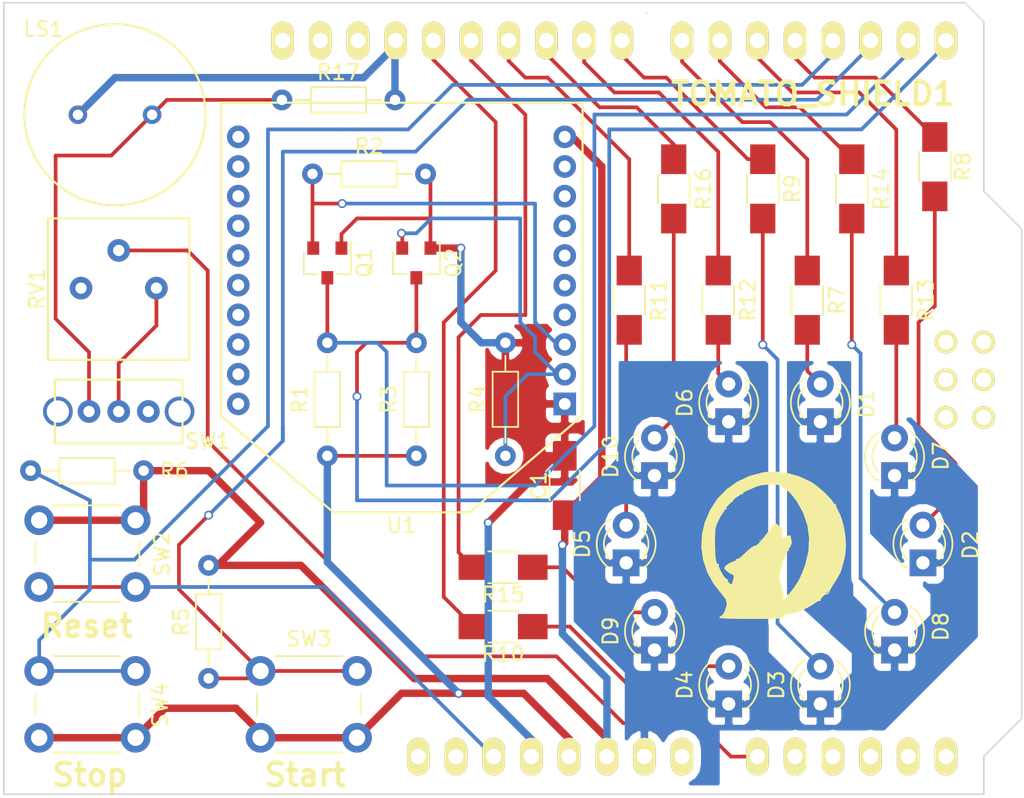
<source format=kicad_pcb>
(kicad_pcb (version 4) (host pcbnew 4.0.7)

  (general
    (links 70)
    (no_connects 0)
    (area 148.545999 60.899999 217.246001 114.350001)
    (thickness 1.6)
    (drawings 12)
    (tracks 278)
    (zones 0)
    (modules 39)
    (nets 36)
  )

  (page A4)
  (layers
    (0 F.Cu signal)
    (31 B.Cu signal)
    (32 B.Adhes user)
    (33 F.Adhes user)
    (34 B.Paste user)
    (35 F.Paste user)
    (36 B.SilkS user)
    (37 F.SilkS user)
    (38 B.Mask user)
    (39 F.Mask user)
    (40 Dwgs.User user)
    (41 Cmts.User user)
    (42 Eco1.User user)
    (43 Eco2.User user)
    (44 Edge.Cuts user)
    (45 Margin user)
    (46 B.CrtYd user)
    (47 F.CrtYd user)
    (48 B.Fab user)
    (49 F.Fab user)
  )

  (setup
    (last_trace_width 0.25)
    (trace_clearance 0.2)
    (zone_clearance 0.508)
    (zone_45_only no)
    (trace_min 0.2)
    (segment_width 0.2)
    (edge_width 0.1)
    (via_size 0.6)
    (via_drill 0.4)
    (via_min_size 0.4)
    (via_min_drill 0.3)
    (uvia_size 0.3)
    (uvia_drill 0.1)
    (uvias_allowed no)
    (uvia_min_size 0.2)
    (uvia_min_drill 0.1)
    (pcb_text_width 0.3)
    (pcb_text_size 1.5 1.5)
    (mod_edge_width 0.15)
    (mod_text_size 1 1)
    (mod_text_width 0.15)
    (pad_size 1.5 1.5)
    (pad_drill 0.6)
    (pad_to_mask_clearance 0)
    (aux_axis_origin 0 0)
    (grid_origin 207.146 91.9)
    (visible_elements FFFFFFFF)
    (pcbplotparams
      (layerselection 0x310f0_80000001)
      (usegerberextensions false)
      (excludeedgelayer true)
      (linewidth 0.100000)
      (plotframeref false)
      (viasonmask false)
      (mode 1)
      (useauxorigin false)
      (hpglpennumber 1)
      (hpglpenspeed 20)
      (hpglpendiameter 15)
      (hpglpenoverlay 2)
      (psnegative false)
      (psa4output false)
      (plotreference true)
      (plotvalue true)
      (plotinvisibletext false)
      (padsonsilk false)
      (subtractmaskfromsilk false)
      (outputformat 4)
      (mirror false)
      (drillshape 0)
      (scaleselection 1)
      (outputdirectory ./))
  )

  (net 0 "")
  (net 1 /RED0)
  (net 2 /RED2)
  (net 3 /RED4)
  (net 4 /GRN0)
  (net 5 /GRN2)
  (net 6 /GRN4)
  (net 7 /RED1)
  (net 8 /RED3)
  (net 9 /GRN1)
  (net 10 /GRN3)
  (net 11 "Net-(LS1-Pad2)")
  (net 12 /3V3)
  (net 13 /TX)
  (net 14 /RX)
  (net 15 /5V)
  (net 16 /BTN_START)
  (net 17 /BTN_STOP)
  (net 18 /GND2)
  (net 19 /BUZZER)
  (net 20 /RESET)
  (net 21 "Net-(D1-Pad2)")
  (net 22 "Net-(D2-Pad2)")
  (net 23 "Net-(D3-Pad2)")
  (net 24 "Net-(D4-Pad2)")
  (net 25 "Net-(D5-Pad2)")
  (net 26 "Net-(D7-Pad2)")
  (net 27 "Net-(D9-Pad2)")
  (net 28 "Net-(D10-Pad2)")
  (net 29 "Net-(D8-Pad2)")
  (net 30 /GND1)
  (net 31 /DIN)
  (net 32 /DOUT)
  (net 33 /GND3)
  (net 34 "Net-(RV1-Pad3)")
  (net 35 "Net-(D6-Pad2)")

  (net_class Default "This is the default net class."
    (clearance 0.2)
    (trace_width 0.25)
    (via_dia 0.6)
    (via_drill 0.4)
    (uvia_dia 0.3)
    (uvia_drill 0.1)
    (add_net /BTN_START)
    (add_net /BTN_STOP)
    (add_net /BUZZER)
    (add_net /DIN)
    (add_net /DOUT)
    (add_net /GRN0)
    (add_net /GRN1)
    (add_net /GRN2)
    (add_net /GRN3)
    (add_net /GRN4)
    (add_net /RED0)
    (add_net /RED1)
    (add_net /RED2)
    (add_net /RED3)
    (add_net /RED4)
    (add_net /RESET)
    (add_net /RX)
    (add_net /TX)
    (add_net "Net-(D1-Pad2)")
    (add_net "Net-(D10-Pad2)")
    (add_net "Net-(D2-Pad2)")
    (add_net "Net-(D3-Pad2)")
    (add_net "Net-(D4-Pad2)")
    (add_net "Net-(D5-Pad2)")
    (add_net "Net-(D6-Pad2)")
    (add_net "Net-(D7-Pad2)")
    (add_net "Net-(D8-Pad2)")
    (add_net "Net-(D9-Pad2)")
    (add_net "Net-(LS1-Pad2)")
    (add_net "Net-(RV1-Pad3)")
  )

  (net_class Power ""
    (clearance 0.3)
    (trace_width 0.5)
    (via_dia 0.6)
    (via_drill 0.4)
    (uvia_dia 0.3)
    (uvia_drill 0.1)
    (add_net /3V3)
    (add_net /5V)
    (add_net /GND1)
    (add_net /GND2)
    (add_net /GND3)
  )

  (module freetronics_footprints:ARDUINO_SHIELD (layer F.Cu) (tedit 5A4B1773) (tstamp 5A482C73)
    (at 148.59 114.3)
    (descr http://www.thingiverse.com/thing:9630)
    (path /5A47D418)
    (fp_text reference TOMATO_SHIELD1 (at 54.556 -47.2) (layer F.SilkS)
      (effects (font (thickness 0.3048)))
    )
    (fp_text value ARDUINO_SHIELD (at 10.16 -54.61) (layer F.SilkS) hide
      (effects (font (thickness 0.3048)))
    )
    (fp_line (start 66.04 -40.64) (end 66.04 -52.07) (layer Cmts.User) (width 0.381))
    (fp_line (start 66.04 -52.07) (end 64.77 -53.34) (layer Cmts.User) (width 0.381))
    (fp_line (start 64.77 -53.34) (end 0 -53.34) (layer Cmts.User) (width 0.381))
    (fp_line (start 66.04 0) (end 0 0) (layer Cmts.User) (width 0.381))
    (fp_line (start 0 0) (end 0 -53.34) (layer Cmts.User) (width 0.381))
    (fp_line (start 66.04 -40.64) (end 68.58 -38.1) (layer Cmts.User) (width 0.381))
    (fp_line (start 68.58 -38.1) (end 68.58 -5.08) (layer Cmts.User) (width 0.381))
    (fp_line (start 68.58 -5.08) (end 66.04 -2.54) (layer Cmts.User) (width 0.381))
    (fp_line (start 66.04 -2.54) (end 66.04 0) (layer Cmts.User) (width 0.381))
    (pad AD5 thru_hole oval (at 63.5 -2.54 90) (size 2.54 1.524) (drill 1.016) (layers *.Cu *.Mask F.SilkS))
    (pad AD4 thru_hole oval (at 60.96 -2.54 90) (size 2.54 1.524) (drill 1.016) (layers *.Cu *.Mask F.SilkS))
    (pad AD3 thru_hole oval (at 58.42 -2.54 90) (size 2.54 1.524) (drill 1.016) (layers *.Cu *.Mask F.SilkS))
    (pad AD0 thru_hole oval (at 50.8 -2.54 90) (size 2.54 1.524) (drill 1.016) (layers *.Cu *.Mask F.SilkS)
      (net 19 /BUZZER))
    (pad AD1 thru_hole oval (at 53.34 -2.54 90) (size 2.54 1.524) (drill 1.016) (layers *.Cu *.Mask F.SilkS))
    (pad AD2 thru_hole oval (at 55.88 -2.54 90) (size 2.54 1.524) (drill 1.016) (layers *.Cu *.Mask F.SilkS))
    (pad V_IN thru_hole oval (at 45.72 -2.54 90) (size 2.54 1.524) (drill 1.016) (layers *.Cu *.Mask F.SilkS))
    (pad GND2 thru_hole oval (at 43.18 -2.54 90) (size 2.54 1.524) (drill 1.016) (layers *.Cu *.Mask F.SilkS)
      (net 18 /GND2))
    (pad GND1 thru_hole oval (at 40.64 -2.54 90) (size 2.54 1.524) (drill 1.016) (layers *.Cu *.Mask F.SilkS)
      (net 30 /GND1))
    (pad 3V3 thru_hole oval (at 35.56 -2.54 90) (size 2.54 1.524) (drill 1.016) (layers *.Cu *.Mask F.SilkS)
      (net 12 /3V3))
    (pad RST thru_hole oval (at 33.02 -2.54 90) (size 2.54 1.524) (drill 1.016) (layers *.Cu *.Mask F.SilkS)
      (net 20 /RESET))
    (pad 0 thru_hole oval (at 63.5 -50.8 90) (size 2.54 1.524) (drill 1.016) (layers *.Cu *.Mask F.SilkS)
      (net 14 /RX))
    (pad 1 thru_hole oval (at 60.96 -50.8 90) (size 2.54 1.524) (drill 1.016) (layers *.Cu *.Mask F.SilkS)
      (net 13 /TX))
    (pad 2 thru_hole oval (at 58.42 -50.8 90) (size 2.54 1.524) (drill 1.016) (layers *.Cu *.Mask F.SilkS)
      (net 16 /BTN_START))
    (pad 3 thru_hole oval (at 55.88 -50.8 90) (size 2.54 1.524) (drill 1.016) (layers *.Cu *.Mask F.SilkS)
      (net 17 /BTN_STOP))
    (pad 4 thru_hole oval (at 53.34 -50.8 90) (size 2.54 1.524) (drill 1.016) (layers *.Cu *.Mask F.SilkS)
      (net 2 /RED2))
    (pad 5 thru_hole oval (at 50.8 -50.8 90) (size 2.54 1.524) (drill 1.016) (layers *.Cu *.Mask F.SilkS)
      (net 7 /RED1))
    (pad 6 thru_hole oval (at 48.26 -50.8 90) (size 2.54 1.524) (drill 1.016) (layers *.Cu *.Mask F.SilkS)
      (net 8 /RED3))
    (pad 7 thru_hole oval (at 45.72 -50.8 90) (size 2.54 1.524) (drill 1.016) (layers *.Cu *.Mask F.SilkS)
      (net 1 /RED0))
    (pad 8 thru_hole oval (at 41.656 -50.8 90) (size 2.54 1.524) (drill 1.016) (layers *.Cu *.Mask F.SilkS)
      (net 3 /RED4))
    (pad 9 thru_hole oval (at 39.116 -50.8 90) (size 2.54 1.524) (drill 1.016) (layers *.Cu *.Mask F.SilkS)
      (net 6 /GRN4))
    (pad 10 thru_hole oval (at 36.576 -50.8 90) (size 2.54 1.524) (drill 1.016) (layers *.Cu *.Mask F.SilkS)
      (net 10 /GRN3))
    (pad 11 thru_hole oval (at 34.036 -50.8 90) (size 2.54 1.524) (drill 1.016) (layers *.Cu *.Mask F.SilkS)
      (net 5 /GRN2))
    (pad 12 thru_hole oval (at 31.496 -50.8 90) (size 2.54 1.524) (drill 1.016) (layers *.Cu *.Mask F.SilkS)
      (net 9 /GRN1))
    (pad 13 thru_hole oval (at 28.956 -50.8 90) (size 2.54 1.524) (drill 1.016) (layers *.Cu *.Mask F.SilkS)
      (net 4 /GRN0))
    (pad GND3 thru_hole oval (at 26.416 -50.8 90) (size 2.54 1.524) (drill 1.016) (layers *.Cu *.Mask F.SilkS)
      (net 33 /GND3))
    (pad AREF thru_hole oval (at 23.876 -50.8 90) (size 2.54 1.524) (drill 1.016) (layers *.Cu *.Mask F.SilkS))
    (pad 5V thru_hole oval (at 38.1 -2.54 90) (size 2.54 1.524) (drill 1.016) (layers *.Cu *.Mask F.SilkS)
      (net 15 /5V))
    (pad "" np_thru_hole circle (at 66.04 -7.62 90) (size 3.175 3.175) (drill 3.175) (layers *.Cu *.Mask F.SilkS))
    (pad "" np_thru_hole circle (at 66.04 -35.56 90) (size 3.175 3.175) (drill 3.175) (layers *.Cu *.Mask F.SilkS))
    (pad "" np_thru_hole circle (at 15.24 -50.8 90) (size 3.175 3.175) (drill 3.175) (layers *.Cu *.Mask F.SilkS))
    (pad "" np_thru_hole circle (at 13.97 -2.54 90) (size 3.175 3.175) (drill 3.175) (layers *.Cu *.Mask F.SilkS))
    (pad SDA thru_hole oval (at 21.336 -50.8 90) (size 2.54 1.524) (drill 1.016) (layers *.Cu *.Mask F.SilkS))
    (pad SCL thru_hole oval (at 18.796 -50.8 90) (size 2.54 1.524) (drill 1.016) (layers *.Cu *.Mask F.SilkS))
    (pad IO_R thru_hole oval (at 30.48 -2.54 90) (size 2.54 1.524) (drill 1.016) (layers *.Cu *.Mask F.SilkS))
    (pad NC thru_hole oval (at 27.94 -2.54 90) (size 2.54 1.524) (drill 1.016) (layers *.Cu *.Mask F.SilkS))
    (pad SP1 thru_hole circle (at 63.5 -30.48 90) (size 1.524 1.524) (drill 1.016) (layers *.Cu *.Mask F.SilkS))
    (pad SP2 thru_hole circle (at 66.04 -30.48 90) (size 1.524 1.524) (drill 1.016) (layers *.Cu *.Mask F.SilkS))
    (pad SP3 thru_hole circle (at 63.5 -27.94 90) (size 1.524 1.524) (drill 1.016) (layers *.Cu *.Mask F.SilkS))
    (pad SP4 thru_hole circle (at 66.04 -27.94 90) (size 1.524 1.524) (drill 1.016) (layers *.Cu *.Mask F.SilkS))
    (pad SP5 thru_hole circle (at 63.5 -25.4 90) (size 1.524 1.524) (drill 1.016) (layers *.Cu *.Mask F.SilkS))
    (pad SP6 thru_hole circle (at 66.04 -25.4 90) (size 1.524 1.524) (drill 1.016) (layers *.Cu *.Mask F.SilkS))
  )

  (module LEDs:LED_D3.0mm (layer F.Cu) (tedit 5A4AFF42) (tstamp 5A482A00)
    (at 203.63 89.189 90)
    (descr "LED, diameter 3.0mm, 2 pins")
    (tags "LED diameter 3.0mm 2 pins")
    (path /5A45ECAF)
    (fp_text reference D1 (at 1.189 3.116 90) (layer F.SilkS)
      (effects (font (size 1 1) (thickness 0.15)))
    )
    (fp_text value Red (at 1.27 2.96 90) (layer F.Fab)
      (effects (font (size 1 1) (thickness 0.15)))
    )
    (fp_arc (start 1.27 0) (end -0.23 -1.16619) (angle 284.3) (layer F.Fab) (width 0.1))
    (fp_arc (start 1.27 0) (end -0.29 -1.235516) (angle 108.8) (layer F.SilkS) (width 0.12))
    (fp_arc (start 1.27 0) (end -0.29 1.235516) (angle -108.8) (layer F.SilkS) (width 0.12))
    (fp_arc (start 1.27 0) (end 0.229039 -1.08) (angle 87.9) (layer F.SilkS) (width 0.12))
    (fp_arc (start 1.27 0) (end 0.229039 1.08) (angle -87.9) (layer F.SilkS) (width 0.12))
    (fp_circle (center 1.27 0) (end 2.77 0) (layer F.Fab) (width 0.1))
    (fp_line (start -0.23 -1.16619) (end -0.23 1.16619) (layer F.Fab) (width 0.1))
    (fp_line (start -0.29 -1.236) (end -0.29 -1.08) (layer F.SilkS) (width 0.12))
    (fp_line (start -0.29 1.08) (end -0.29 1.236) (layer F.SilkS) (width 0.12))
    (fp_line (start -1.15 -2.25) (end -1.15 2.25) (layer F.CrtYd) (width 0.05))
    (fp_line (start -1.15 2.25) (end 3.7 2.25) (layer F.CrtYd) (width 0.05))
    (fp_line (start 3.7 2.25) (end 3.7 -2.25) (layer F.CrtYd) (width 0.05))
    (fp_line (start 3.7 -2.25) (end -1.15 -2.25) (layer F.CrtYd) (width 0.05))
    (pad 1 thru_hole rect (at 0 0 90) (size 1.8 1.8) (drill 0.9) (layers *.Cu *.Mask)
      (net 18 /GND2))
    (pad 2 thru_hole circle (at 2.54 0 90) (size 1.8 1.8) (drill 0.9) (layers *.Cu *.Mask)
      (net 21 "Net-(D1-Pad2)"))
    (model ${KISYS3DMOD}/LEDs.3dshapes/LED_D3.0mm.wrl
      (at (xyz 0 0 0))
      (scale (xyz 0.393701 0.393701 0.393701))
      (rotate (xyz 0 0 0))
    )
  )

  (module LEDs:LED_D3.0mm (layer F.Cu) (tedit 5A4AFF28) (tstamp 5A482A13)
    (at 210.54 98.7 90)
    (descr "LED, diameter 3.0mm, 2 pins")
    (tags "LED diameter 3.0mm 2 pins")
    (path /5A45EF0F)
    (fp_text reference D2 (at 1.2 3.206 90) (layer F.SilkS)
      (effects (font (size 1 1) (thickness 0.15)))
    )
    (fp_text value Red (at 1.27 2.96 90) (layer F.Fab)
      (effects (font (size 1 1) (thickness 0.15)))
    )
    (fp_arc (start 1.27 0) (end -0.23 -1.16619) (angle 284.3) (layer F.Fab) (width 0.1))
    (fp_arc (start 1.27 0) (end -0.29 -1.235516) (angle 108.8) (layer F.SilkS) (width 0.12))
    (fp_arc (start 1.27 0) (end -0.29 1.235516) (angle -108.8) (layer F.SilkS) (width 0.12))
    (fp_arc (start 1.27 0) (end 0.229039 -1.08) (angle 87.9) (layer F.SilkS) (width 0.12))
    (fp_arc (start 1.27 0) (end 0.229039 1.08) (angle -87.9) (layer F.SilkS) (width 0.12))
    (fp_circle (center 1.27 0) (end 2.77 0) (layer F.Fab) (width 0.1))
    (fp_line (start -0.23 -1.16619) (end -0.23 1.16619) (layer F.Fab) (width 0.1))
    (fp_line (start -0.29 -1.236) (end -0.29 -1.08) (layer F.SilkS) (width 0.12))
    (fp_line (start -0.29 1.08) (end -0.29 1.236) (layer F.SilkS) (width 0.12))
    (fp_line (start -1.15 -2.25) (end -1.15 2.25) (layer F.CrtYd) (width 0.05))
    (fp_line (start -1.15 2.25) (end 3.7 2.25) (layer F.CrtYd) (width 0.05))
    (fp_line (start 3.7 2.25) (end 3.7 -2.25) (layer F.CrtYd) (width 0.05))
    (fp_line (start 3.7 -2.25) (end -1.15 -2.25) (layer F.CrtYd) (width 0.05))
    (pad 1 thru_hole rect (at 0 0 90) (size 1.8 1.8) (drill 0.9) (layers *.Cu *.Mask)
      (net 18 /GND2))
    (pad 2 thru_hole circle (at 2.54 0 90) (size 1.8 1.8) (drill 0.9) (layers *.Cu *.Mask)
      (net 22 "Net-(D2-Pad2)"))
    (model ${KISYS3DMOD}/LEDs.3dshapes/LED_D3.0mm.wrl
      (at (xyz 0 0 0))
      (scale (xyz 0.393701 0.393701 0.393701))
      (rotate (xyz 0 0 0))
    )
  )

  (module LEDs:LED_D3.0mm (layer F.Cu) (tedit 587A3A7B) (tstamp 5A482A26)
    (at 203.63 108.21 90)
    (descr "LED, diameter 3.0mm, 2 pins")
    (tags "LED diameter 3.0mm 2 pins")
    (path /5A45F0BA)
    (fp_text reference D3 (at 1.27 -2.96 90) (layer F.SilkS)
      (effects (font (size 1 1) (thickness 0.15)))
    )
    (fp_text value Red (at 1.27 2.96 90) (layer F.Fab)
      (effects (font (size 1 1) (thickness 0.15)))
    )
    (fp_arc (start 1.27 0) (end -0.23 -1.16619) (angle 284.3) (layer F.Fab) (width 0.1))
    (fp_arc (start 1.27 0) (end -0.29 -1.235516) (angle 108.8) (layer F.SilkS) (width 0.12))
    (fp_arc (start 1.27 0) (end -0.29 1.235516) (angle -108.8) (layer F.SilkS) (width 0.12))
    (fp_arc (start 1.27 0) (end 0.229039 -1.08) (angle 87.9) (layer F.SilkS) (width 0.12))
    (fp_arc (start 1.27 0) (end 0.229039 1.08) (angle -87.9) (layer F.SilkS) (width 0.12))
    (fp_circle (center 1.27 0) (end 2.77 0) (layer F.Fab) (width 0.1))
    (fp_line (start -0.23 -1.16619) (end -0.23 1.16619) (layer F.Fab) (width 0.1))
    (fp_line (start -0.29 -1.236) (end -0.29 -1.08) (layer F.SilkS) (width 0.12))
    (fp_line (start -0.29 1.08) (end -0.29 1.236) (layer F.SilkS) (width 0.12))
    (fp_line (start -1.15 -2.25) (end -1.15 2.25) (layer F.CrtYd) (width 0.05))
    (fp_line (start -1.15 2.25) (end 3.7 2.25) (layer F.CrtYd) (width 0.05))
    (fp_line (start 3.7 2.25) (end 3.7 -2.25) (layer F.CrtYd) (width 0.05))
    (fp_line (start 3.7 -2.25) (end -1.15 -2.25) (layer F.CrtYd) (width 0.05))
    (pad 1 thru_hole rect (at 0 0 90) (size 1.8 1.8) (drill 0.9) (layers *.Cu *.Mask)
      (net 18 /GND2))
    (pad 2 thru_hole circle (at 2.54 0 90) (size 1.8 1.8) (drill 0.9) (layers *.Cu *.Mask)
      (net 23 "Net-(D3-Pad2)"))
    (model ${KISYS3DMOD}/LEDs.3dshapes/LED_D3.0mm.wrl
      (at (xyz 0 0 0))
      (scale (xyz 0.393701 0.393701 0.393701))
      (rotate (xyz 0 0 0))
    )
  )

  (module LEDs:LED_D3.0mm (layer F.Cu) (tedit 587A3A7B) (tstamp 5A482A39)
    (at 197.45 108.21 90)
    (descr "LED, diameter 3.0mm, 2 pins")
    (tags "LED diameter 3.0mm 2 pins")
    (path /5A461482)
    (fp_text reference D4 (at 1.27 -2.96 90) (layer F.SilkS)
      (effects (font (size 1 1) (thickness 0.15)))
    )
    (fp_text value Green (at 1.27 2.96 90) (layer F.Fab)
      (effects (font (size 1 1) (thickness 0.15)))
    )
    (fp_arc (start 1.27 0) (end -0.23 -1.16619) (angle 284.3) (layer F.Fab) (width 0.1))
    (fp_arc (start 1.27 0) (end -0.29 -1.235516) (angle 108.8) (layer F.SilkS) (width 0.12))
    (fp_arc (start 1.27 0) (end -0.29 1.235516) (angle -108.8) (layer F.SilkS) (width 0.12))
    (fp_arc (start 1.27 0) (end 0.229039 -1.08) (angle 87.9) (layer F.SilkS) (width 0.12))
    (fp_arc (start 1.27 0) (end 0.229039 1.08) (angle -87.9) (layer F.SilkS) (width 0.12))
    (fp_circle (center 1.27 0) (end 2.77 0) (layer F.Fab) (width 0.1))
    (fp_line (start -0.23 -1.16619) (end -0.23 1.16619) (layer F.Fab) (width 0.1))
    (fp_line (start -0.29 -1.236) (end -0.29 -1.08) (layer F.SilkS) (width 0.12))
    (fp_line (start -0.29 1.08) (end -0.29 1.236) (layer F.SilkS) (width 0.12))
    (fp_line (start -1.15 -2.25) (end -1.15 2.25) (layer F.CrtYd) (width 0.05))
    (fp_line (start -1.15 2.25) (end 3.7 2.25) (layer F.CrtYd) (width 0.05))
    (fp_line (start 3.7 2.25) (end 3.7 -2.25) (layer F.CrtYd) (width 0.05))
    (fp_line (start 3.7 -2.25) (end -1.15 -2.25) (layer F.CrtYd) (width 0.05))
    (pad 1 thru_hole rect (at 0 0 90) (size 1.8 1.8) (drill 0.9) (layers *.Cu *.Mask)
      (net 18 /GND2))
    (pad 2 thru_hole circle (at 2.54 0 90) (size 1.8 1.8) (drill 0.9) (layers *.Cu *.Mask)
      (net 24 "Net-(D4-Pad2)"))
    (model ${KISYS3DMOD}/LEDs.3dshapes/LED_D3.0mm.wrl
      (at (xyz 0 0 0))
      (scale (xyz 0.393701 0.393701 0.393701))
      (rotate (xyz 0 0 0))
    )
  )

  (module LEDs:LED_D3.0mm (layer F.Cu) (tedit 587A3A7B) (tstamp 5A482A4C)
    (at 190.54 98.7 90)
    (descr "LED, diameter 3.0mm, 2 pins")
    (tags "LED diameter 3.0mm 2 pins")
    (path /5A46148E)
    (fp_text reference D5 (at 1.27 -2.96 90) (layer F.SilkS)
      (effects (font (size 1 1) (thickness 0.15)))
    )
    (fp_text value Green (at 1.27 2.96 90) (layer F.Fab)
      (effects (font (size 1 1) (thickness 0.15)))
    )
    (fp_arc (start 1.27 0) (end -0.23 -1.16619) (angle 284.3) (layer F.Fab) (width 0.1))
    (fp_arc (start 1.27 0) (end -0.29 -1.235516) (angle 108.8) (layer F.SilkS) (width 0.12))
    (fp_arc (start 1.27 0) (end -0.29 1.235516) (angle -108.8) (layer F.SilkS) (width 0.12))
    (fp_arc (start 1.27 0) (end 0.229039 -1.08) (angle 87.9) (layer F.SilkS) (width 0.12))
    (fp_arc (start 1.27 0) (end 0.229039 1.08) (angle -87.9) (layer F.SilkS) (width 0.12))
    (fp_circle (center 1.27 0) (end 2.77 0) (layer F.Fab) (width 0.1))
    (fp_line (start -0.23 -1.16619) (end -0.23 1.16619) (layer F.Fab) (width 0.1))
    (fp_line (start -0.29 -1.236) (end -0.29 -1.08) (layer F.SilkS) (width 0.12))
    (fp_line (start -0.29 1.08) (end -0.29 1.236) (layer F.SilkS) (width 0.12))
    (fp_line (start -1.15 -2.25) (end -1.15 2.25) (layer F.CrtYd) (width 0.05))
    (fp_line (start -1.15 2.25) (end 3.7 2.25) (layer F.CrtYd) (width 0.05))
    (fp_line (start 3.7 2.25) (end 3.7 -2.25) (layer F.CrtYd) (width 0.05))
    (fp_line (start 3.7 -2.25) (end -1.15 -2.25) (layer F.CrtYd) (width 0.05))
    (pad 1 thru_hole rect (at 0 0 90) (size 1.8 1.8) (drill 0.9) (layers *.Cu *.Mask)
      (net 18 /GND2))
    (pad 2 thru_hole circle (at 2.54 0 90) (size 1.8 1.8) (drill 0.9) (layers *.Cu *.Mask)
      (net 25 "Net-(D5-Pad2)"))
    (model ${KISYS3DMOD}/LEDs.3dshapes/LED_D3.0mm.wrl
      (at (xyz 0 0 0))
      (scale (xyz 0.393701 0.393701 0.393701))
      (rotate (xyz 0 0 0))
    )
  )

  (module LEDs:LED_D3.0mm (layer F.Cu) (tedit 587A3A7B) (tstamp 5A482A5F)
    (at 197.45 89.189 90)
    (descr "LED, diameter 3.0mm, 2 pins")
    (tags "LED diameter 3.0mm 2 pins")
    (path /5A4614A1)
    (fp_text reference D6 (at 1.27 -2.96 90) (layer F.SilkS)
      (effects (font (size 1 1) (thickness 0.15)))
    )
    (fp_text value Green (at 1.27 2.96 90) (layer F.Fab)
      (effects (font (size 1 1) (thickness 0.15)))
    )
    (fp_arc (start 1.27 0) (end -0.23 -1.16619) (angle 284.3) (layer F.Fab) (width 0.1))
    (fp_arc (start 1.27 0) (end -0.29 -1.235516) (angle 108.8) (layer F.SilkS) (width 0.12))
    (fp_arc (start 1.27 0) (end -0.29 1.235516) (angle -108.8) (layer F.SilkS) (width 0.12))
    (fp_arc (start 1.27 0) (end 0.229039 -1.08) (angle 87.9) (layer F.SilkS) (width 0.12))
    (fp_arc (start 1.27 0) (end 0.229039 1.08) (angle -87.9) (layer F.SilkS) (width 0.12))
    (fp_circle (center 1.27 0) (end 2.77 0) (layer F.Fab) (width 0.1))
    (fp_line (start -0.23 -1.16619) (end -0.23 1.16619) (layer F.Fab) (width 0.1))
    (fp_line (start -0.29 -1.236) (end -0.29 -1.08) (layer F.SilkS) (width 0.12))
    (fp_line (start -0.29 1.08) (end -0.29 1.236) (layer F.SilkS) (width 0.12))
    (fp_line (start -1.15 -2.25) (end -1.15 2.25) (layer F.CrtYd) (width 0.05))
    (fp_line (start -1.15 2.25) (end 3.7 2.25) (layer F.CrtYd) (width 0.05))
    (fp_line (start 3.7 2.25) (end 3.7 -2.25) (layer F.CrtYd) (width 0.05))
    (fp_line (start 3.7 -2.25) (end -1.15 -2.25) (layer F.CrtYd) (width 0.05))
    (pad 1 thru_hole rect (at 0 0 90) (size 1.8 1.8) (drill 0.9) (layers *.Cu *.Mask)
      (net 18 /GND2))
    (pad 2 thru_hole circle (at 2.54 0 90) (size 1.8 1.8) (drill 0.9) (layers *.Cu *.Mask)
      (net 35 "Net-(D6-Pad2)"))
    (model ${KISYS3DMOD}/LEDs.3dshapes/LED_D3.0mm.wrl
      (at (xyz 0 0 0))
      (scale (xyz 0.393701 0.393701 0.393701))
      (rotate (xyz 0 0 0))
    )
  )

  (module LEDs:LED_D3.0mm (layer F.Cu) (tedit 5A4AFF1E) (tstamp 5A482A72)
    (at 208.63 92.822 90)
    (descr "LED, diameter 3.0mm, 2 pins")
    (tags "LED diameter 3.0mm 2 pins")
    (path /5A45EEE2)
    (fp_text reference D7 (at 1.322 3.116 90) (layer F.SilkS)
      (effects (font (size 1 1) (thickness 0.15)))
    )
    (fp_text value Red (at 1.27 2.96 90) (layer F.Fab)
      (effects (font (size 1 1) (thickness 0.15)))
    )
    (fp_arc (start 1.27 0) (end -0.23 -1.16619) (angle 284.3) (layer F.Fab) (width 0.1))
    (fp_arc (start 1.27 0) (end -0.29 -1.235516) (angle 108.8) (layer F.SilkS) (width 0.12))
    (fp_arc (start 1.27 0) (end -0.29 1.235516) (angle -108.8) (layer F.SilkS) (width 0.12))
    (fp_arc (start 1.27 0) (end 0.229039 -1.08) (angle 87.9) (layer F.SilkS) (width 0.12))
    (fp_arc (start 1.27 0) (end 0.229039 1.08) (angle -87.9) (layer F.SilkS) (width 0.12))
    (fp_circle (center 1.27 0) (end 2.77 0) (layer F.Fab) (width 0.1))
    (fp_line (start -0.23 -1.16619) (end -0.23 1.16619) (layer F.Fab) (width 0.1))
    (fp_line (start -0.29 -1.236) (end -0.29 -1.08) (layer F.SilkS) (width 0.12))
    (fp_line (start -0.29 1.08) (end -0.29 1.236) (layer F.SilkS) (width 0.12))
    (fp_line (start -1.15 -2.25) (end -1.15 2.25) (layer F.CrtYd) (width 0.05))
    (fp_line (start -1.15 2.25) (end 3.7 2.25) (layer F.CrtYd) (width 0.05))
    (fp_line (start 3.7 2.25) (end 3.7 -2.25) (layer F.CrtYd) (width 0.05))
    (fp_line (start 3.7 -2.25) (end -1.15 -2.25) (layer F.CrtYd) (width 0.05))
    (pad 1 thru_hole rect (at 0 0 90) (size 1.8 1.8) (drill 0.9) (layers *.Cu *.Mask)
      (net 18 /GND2))
    (pad 2 thru_hole circle (at 2.54 0 90) (size 1.8 1.8) (drill 0.9) (layers *.Cu *.Mask)
      (net 26 "Net-(D7-Pad2)"))
    (model ${KISYS3DMOD}/LEDs.3dshapes/LED_D3.0mm.wrl
      (at (xyz 0 0 0))
      (scale (xyz 0.393701 0.393701 0.393701))
      (rotate (xyz 0 0 0))
    )
  )

  (module LEDs:LED_D3.0mm (layer F.Cu) (tedit 5A4AFF56) (tstamp 5A482A85)
    (at 208.63 104.578 90)
    (descr "LED, diameter 3.0mm, 2 pins")
    (tags "LED diameter 3.0mm 2 pins")
    (path /5A45EF3B)
    (fp_text reference D8 (at 1.578 3.116 90) (layer F.SilkS)
      (effects (font (size 1 1) (thickness 0.15)))
    )
    (fp_text value Red (at 1.27 2.96 90) (layer F.Fab)
      (effects (font (size 1 1) (thickness 0.15)))
    )
    (fp_arc (start 1.27 0) (end -0.23 -1.16619) (angle 284.3) (layer F.Fab) (width 0.1))
    (fp_arc (start 1.27 0) (end -0.29 -1.235516) (angle 108.8) (layer F.SilkS) (width 0.12))
    (fp_arc (start 1.27 0) (end -0.29 1.235516) (angle -108.8) (layer F.SilkS) (width 0.12))
    (fp_arc (start 1.27 0) (end 0.229039 -1.08) (angle 87.9) (layer F.SilkS) (width 0.12))
    (fp_arc (start 1.27 0) (end 0.229039 1.08) (angle -87.9) (layer F.SilkS) (width 0.12))
    (fp_circle (center 1.27 0) (end 2.77 0) (layer F.Fab) (width 0.1))
    (fp_line (start -0.23 -1.16619) (end -0.23 1.16619) (layer F.Fab) (width 0.1))
    (fp_line (start -0.29 -1.236) (end -0.29 -1.08) (layer F.SilkS) (width 0.12))
    (fp_line (start -0.29 1.08) (end -0.29 1.236) (layer F.SilkS) (width 0.12))
    (fp_line (start -1.15 -2.25) (end -1.15 2.25) (layer F.CrtYd) (width 0.05))
    (fp_line (start -1.15 2.25) (end 3.7 2.25) (layer F.CrtYd) (width 0.05))
    (fp_line (start 3.7 2.25) (end 3.7 -2.25) (layer F.CrtYd) (width 0.05))
    (fp_line (start 3.7 -2.25) (end -1.15 -2.25) (layer F.CrtYd) (width 0.05))
    (pad 1 thru_hole rect (at 0 0 90) (size 1.8 1.8) (drill 0.9) (layers *.Cu *.Mask)
      (net 18 /GND2))
    (pad 2 thru_hole circle (at 2.54 0 90) (size 1.8 1.8) (drill 0.9) (layers *.Cu *.Mask)
      (net 29 "Net-(D8-Pad2)"))
    (model ${KISYS3DMOD}/LEDs.3dshapes/LED_D3.0mm.wrl
      (at (xyz 0 0 0))
      (scale (xyz 0.393701 0.393701 0.393701))
      (rotate (xyz 0 0 0))
    )
  )

  (module LEDs:LED_D3.0mm (layer F.Cu) (tedit 587A3A7B) (tstamp 5A482A98)
    (at 192.45 104.578 90)
    (descr "LED, diameter 3.0mm, 2 pins")
    (tags "LED diameter 3.0mm 2 pins")
    (path /5A461488)
    (fp_text reference D9 (at 1.27 -2.96 90) (layer F.SilkS)
      (effects (font (size 1 1) (thickness 0.15)))
    )
    (fp_text value Green (at 1.27 2.96 90) (layer F.Fab)
      (effects (font (size 1 1) (thickness 0.15)))
    )
    (fp_arc (start 1.27 0) (end -0.23 -1.16619) (angle 284.3) (layer F.Fab) (width 0.1))
    (fp_arc (start 1.27 0) (end -0.29 -1.235516) (angle 108.8) (layer F.SilkS) (width 0.12))
    (fp_arc (start 1.27 0) (end -0.29 1.235516) (angle -108.8) (layer F.SilkS) (width 0.12))
    (fp_arc (start 1.27 0) (end 0.229039 -1.08) (angle 87.9) (layer F.SilkS) (width 0.12))
    (fp_arc (start 1.27 0) (end 0.229039 1.08) (angle -87.9) (layer F.SilkS) (width 0.12))
    (fp_circle (center 1.27 0) (end 2.77 0) (layer F.Fab) (width 0.1))
    (fp_line (start -0.23 -1.16619) (end -0.23 1.16619) (layer F.Fab) (width 0.1))
    (fp_line (start -0.29 -1.236) (end -0.29 -1.08) (layer F.SilkS) (width 0.12))
    (fp_line (start -0.29 1.08) (end -0.29 1.236) (layer F.SilkS) (width 0.12))
    (fp_line (start -1.15 -2.25) (end -1.15 2.25) (layer F.CrtYd) (width 0.05))
    (fp_line (start -1.15 2.25) (end 3.7 2.25) (layer F.CrtYd) (width 0.05))
    (fp_line (start 3.7 2.25) (end 3.7 -2.25) (layer F.CrtYd) (width 0.05))
    (fp_line (start 3.7 -2.25) (end -1.15 -2.25) (layer F.CrtYd) (width 0.05))
    (pad 1 thru_hole rect (at 0 0 90) (size 1.8 1.8) (drill 0.9) (layers *.Cu *.Mask)
      (net 18 /GND2))
    (pad 2 thru_hole circle (at 2.54 0 90) (size 1.8 1.8) (drill 0.9) (layers *.Cu *.Mask)
      (net 27 "Net-(D9-Pad2)"))
    (model ${KISYS3DMOD}/LEDs.3dshapes/LED_D3.0mm.wrl
      (at (xyz 0 0 0))
      (scale (xyz 0.393701 0.393701 0.393701))
      (rotate (xyz 0 0 0))
    )
  )

  (module LEDs:LED_D3.0mm (layer F.Cu) (tedit 587A3A7B) (tstamp 5A482AAB)
    (at 192.45 92.822 90)
    (descr "LED, diameter 3.0mm, 2 pins")
    (tags "LED diameter 3.0mm 2 pins")
    (path /5A461494)
    (fp_text reference D10 (at 1.27 -2.96 90) (layer F.SilkS)
      (effects (font (size 1 1) (thickness 0.15)))
    )
    (fp_text value Green (at 1.27 2.96 90) (layer F.Fab)
      (effects (font (size 1 1) (thickness 0.15)))
    )
    (fp_arc (start 1.27 0) (end -0.23 -1.16619) (angle 284.3) (layer F.Fab) (width 0.1))
    (fp_arc (start 1.27 0) (end -0.29 -1.235516) (angle 108.8) (layer F.SilkS) (width 0.12))
    (fp_arc (start 1.27 0) (end -0.29 1.235516) (angle -108.8) (layer F.SilkS) (width 0.12))
    (fp_arc (start 1.27 0) (end 0.229039 -1.08) (angle 87.9) (layer F.SilkS) (width 0.12))
    (fp_arc (start 1.27 0) (end 0.229039 1.08) (angle -87.9) (layer F.SilkS) (width 0.12))
    (fp_circle (center 1.27 0) (end 2.77 0) (layer F.Fab) (width 0.1))
    (fp_line (start -0.23 -1.16619) (end -0.23 1.16619) (layer F.Fab) (width 0.1))
    (fp_line (start -0.29 -1.236) (end -0.29 -1.08) (layer F.SilkS) (width 0.12))
    (fp_line (start -0.29 1.08) (end -0.29 1.236) (layer F.SilkS) (width 0.12))
    (fp_line (start -1.15 -2.25) (end -1.15 2.25) (layer F.CrtYd) (width 0.05))
    (fp_line (start -1.15 2.25) (end 3.7 2.25) (layer F.CrtYd) (width 0.05))
    (fp_line (start 3.7 2.25) (end 3.7 -2.25) (layer F.CrtYd) (width 0.05))
    (fp_line (start 3.7 -2.25) (end -1.15 -2.25) (layer F.CrtYd) (width 0.05))
    (pad 1 thru_hole rect (at 0 0 90) (size 1.8 1.8) (drill 0.9) (layers *.Cu *.Mask)
      (net 18 /GND2))
    (pad 2 thru_hole circle (at 2.54 0 90) (size 1.8 1.8) (drill 0.9) (layers *.Cu *.Mask)
      (net 28 "Net-(D10-Pad2)"))
    (model ${KISYS3DMOD}/LEDs.3dshapes/LED_D3.0mm.wrl
      (at (xyz 0 0 0))
      (scale (xyz 0.393701 0.393701 0.393701))
      (rotate (xyz 0 0 0))
    )
  )

  (module TO_SOT_Packages_SMD:SOT-23 (layer F.Cu) (tedit 58CE4E7E) (tstamp 5A482AC7)
    (at 170.4 78.49 270)
    (descr "SOT-23, Standard")
    (tags SOT-23)
    (path /5A48287F)
    (attr smd)
    (fp_text reference Q1 (at 0 -2.5 270) (layer F.SilkS)
      (effects (font (size 1 1) (thickness 0.15)))
    )
    (fp_text value BSS138 (at 0 2.5 270) (layer F.Fab)
      (effects (font (size 1 1) (thickness 0.15)))
    )
    (fp_text user %R (at 0 0 360) (layer F.Fab)
      (effects (font (size 0.5 0.5) (thickness 0.075)))
    )
    (fp_line (start -0.7 -0.95) (end -0.7 1.5) (layer F.Fab) (width 0.1))
    (fp_line (start -0.15 -1.52) (end 0.7 -1.52) (layer F.Fab) (width 0.1))
    (fp_line (start -0.7 -0.95) (end -0.15 -1.52) (layer F.Fab) (width 0.1))
    (fp_line (start 0.7 -1.52) (end 0.7 1.52) (layer F.Fab) (width 0.1))
    (fp_line (start -0.7 1.52) (end 0.7 1.52) (layer F.Fab) (width 0.1))
    (fp_line (start 0.76 1.58) (end 0.76 0.65) (layer F.SilkS) (width 0.12))
    (fp_line (start 0.76 -1.58) (end 0.76 -0.65) (layer F.SilkS) (width 0.12))
    (fp_line (start -1.7 -1.75) (end 1.7 -1.75) (layer F.CrtYd) (width 0.05))
    (fp_line (start 1.7 -1.75) (end 1.7 1.75) (layer F.CrtYd) (width 0.05))
    (fp_line (start 1.7 1.75) (end -1.7 1.75) (layer F.CrtYd) (width 0.05))
    (fp_line (start -1.7 1.75) (end -1.7 -1.75) (layer F.CrtYd) (width 0.05))
    (fp_line (start 0.76 -1.58) (end -1.4 -1.58) (layer F.SilkS) (width 0.12))
    (fp_line (start 0.76 1.58) (end -0.7 1.58) (layer F.SilkS) (width 0.12))
    (pad 1 smd rect (at -1 -0.95 270) (size 0.9 0.8) (layers F.Cu F.Paste F.Mask)
      (net 12 /3V3))
    (pad 2 smd rect (at -1 0.95 270) (size 0.9 0.8) (layers F.Cu F.Paste F.Mask)
      (net 31 /DIN))
    (pad 3 smd rect (at 1 0 270) (size 0.9 0.8) (layers F.Cu F.Paste F.Mask)
      (net 13 /TX))
    (model ${KISYS3DMOD}/TO_SOT_Packages_SMD.3dshapes/SOT-23.wrl
      (at (xyz 0 0 0))
      (scale (xyz 1 1 1))
      (rotate (xyz 0 0 0))
    )
  )

  (module TO_SOT_Packages_SMD:SOT-23 (layer F.Cu) (tedit 58CE4E7E) (tstamp 5A482ADC)
    (at 176.4 78.49 270)
    (descr "SOT-23, Standard")
    (tags SOT-23)
    (path /5A481955)
    (attr smd)
    (fp_text reference Q2 (at 0 -2.5 270) (layer F.SilkS)
      (effects (font (size 1 1) (thickness 0.15)))
    )
    (fp_text value BSS138 (at 0 2.5 270) (layer F.Fab)
      (effects (font (size 1 1) (thickness 0.15)))
    )
    (fp_text user %R (at 0 0 360) (layer F.Fab)
      (effects (font (size 0.5 0.5) (thickness 0.075)))
    )
    (fp_line (start -0.7 -0.95) (end -0.7 1.5) (layer F.Fab) (width 0.1))
    (fp_line (start -0.15 -1.52) (end 0.7 -1.52) (layer F.Fab) (width 0.1))
    (fp_line (start -0.7 -0.95) (end -0.15 -1.52) (layer F.Fab) (width 0.1))
    (fp_line (start 0.7 -1.52) (end 0.7 1.52) (layer F.Fab) (width 0.1))
    (fp_line (start -0.7 1.52) (end 0.7 1.52) (layer F.Fab) (width 0.1))
    (fp_line (start 0.76 1.58) (end 0.76 0.65) (layer F.SilkS) (width 0.12))
    (fp_line (start 0.76 -1.58) (end 0.76 -0.65) (layer F.SilkS) (width 0.12))
    (fp_line (start -1.7 -1.75) (end 1.7 -1.75) (layer F.CrtYd) (width 0.05))
    (fp_line (start 1.7 -1.75) (end 1.7 1.75) (layer F.CrtYd) (width 0.05))
    (fp_line (start 1.7 1.75) (end -1.7 1.75) (layer F.CrtYd) (width 0.05))
    (fp_line (start -1.7 1.75) (end -1.7 -1.75) (layer F.CrtYd) (width 0.05))
    (fp_line (start 0.76 -1.58) (end -1.4 -1.58) (layer F.SilkS) (width 0.12))
    (fp_line (start 0.76 1.58) (end -0.7 1.58) (layer F.SilkS) (width 0.12))
    (pad 1 smd rect (at -1 -0.95 270) (size 0.9 0.8) (layers F.Cu F.Paste F.Mask)
      (net 12 /3V3))
    (pad 2 smd rect (at -1 0.95 270) (size 0.9 0.8) (layers F.Cu F.Paste F.Mask)
      (net 32 /DOUT))
    (pad 3 smd rect (at 1 0 270) (size 0.9 0.8) (layers F.Cu F.Paste F.Mask)
      (net 14 /RX))
    (model ${KISYS3DMOD}/TO_SOT_Packages_SMD.3dshapes/SOT-23.wrl
      (at (xyz 0 0 0))
      (scale (xyz 1 1 1))
      (rotate (xyz 0 0 0))
    )
  )

  (module Resistors_THT:R_Axial_DIN0204_L3.6mm_D1.6mm_P7.62mm_Horizontal (layer F.Cu) (tedit 5874F706) (tstamp 5A482AF2)
    (at 170.4 91.49 90)
    (descr "Resistor, Axial_DIN0204 series, Axial, Horizontal, pin pitch=7.62mm, 0.16666666666666666W = 1/6W, length*diameter=3.6*1.6mm^2, http://cdn-reichelt.de/documents/datenblatt/B400/1_4W%23YAG.pdf")
    (tags "Resistor Axial_DIN0204 series Axial Horizontal pin pitch 7.62mm 0.16666666666666666W = 1/6W length 3.6mm diameter 1.6mm")
    (path /5A48288F)
    (fp_text reference R1 (at 3.81 -1.86 90) (layer F.SilkS)
      (effects (font (size 1 1) (thickness 0.15)))
    )
    (fp_text value 10K (at 3.81 1.86 90) (layer F.Fab)
      (effects (font (size 1 1) (thickness 0.15)))
    )
    (fp_line (start 2.01 -0.8) (end 2.01 0.8) (layer F.Fab) (width 0.1))
    (fp_line (start 2.01 0.8) (end 5.61 0.8) (layer F.Fab) (width 0.1))
    (fp_line (start 5.61 0.8) (end 5.61 -0.8) (layer F.Fab) (width 0.1))
    (fp_line (start 5.61 -0.8) (end 2.01 -0.8) (layer F.Fab) (width 0.1))
    (fp_line (start 0 0) (end 2.01 0) (layer F.Fab) (width 0.1))
    (fp_line (start 7.62 0) (end 5.61 0) (layer F.Fab) (width 0.1))
    (fp_line (start 1.95 -0.86) (end 1.95 0.86) (layer F.SilkS) (width 0.12))
    (fp_line (start 1.95 0.86) (end 5.67 0.86) (layer F.SilkS) (width 0.12))
    (fp_line (start 5.67 0.86) (end 5.67 -0.86) (layer F.SilkS) (width 0.12))
    (fp_line (start 5.67 -0.86) (end 1.95 -0.86) (layer F.SilkS) (width 0.12))
    (fp_line (start 0.88 0) (end 1.95 0) (layer F.SilkS) (width 0.12))
    (fp_line (start 6.74 0) (end 5.67 0) (layer F.SilkS) (width 0.12))
    (fp_line (start -0.95 -1.15) (end -0.95 1.15) (layer F.CrtYd) (width 0.05))
    (fp_line (start -0.95 1.15) (end 8.6 1.15) (layer F.CrtYd) (width 0.05))
    (fp_line (start 8.6 1.15) (end 8.6 -1.15) (layer F.CrtYd) (width 0.05))
    (fp_line (start 8.6 -1.15) (end -0.95 -1.15) (layer F.CrtYd) (width 0.05))
    (pad 1 thru_hole circle (at 0 0 90) (size 1.4 1.4) (drill 0.7) (layers *.Cu *.Mask)
      (net 15 /5V))
    (pad 2 thru_hole oval (at 7.62 0 90) (size 1.4 1.4) (drill 0.7) (layers *.Cu *.Mask)
      (net 13 /TX))
    (model ${KISYS3DMOD}/Resistors_THT.3dshapes/R_Axial_DIN0204_L3.6mm_D1.6mm_P7.62mm_Horizontal.wrl
      (at (xyz 0 0 0))
      (scale (xyz 0.393701 0.393701 0.393701))
      (rotate (xyz 0 0 0))
    )
  )

  (module Resistors_THT:R_Axial_DIN0204_L3.6mm_D1.6mm_P7.62mm_Horizontal (layer F.Cu) (tedit 5874F706) (tstamp 5A482B08)
    (at 169.4 72.49)
    (descr "Resistor, Axial_DIN0204 series, Axial, Horizontal, pin pitch=7.62mm, 0.16666666666666666W = 1/6W, length*diameter=3.6*1.6mm^2, http://cdn-reichelt.de/documents/datenblatt/B400/1_4W%23YAG.pdf")
    (tags "Resistor Axial_DIN0204 series Axial Horizontal pin pitch 7.62mm 0.16666666666666666W = 1/6W length 3.6mm diameter 1.6mm")
    (path /5A482886)
    (fp_text reference R2 (at 3.81 -1.86) (layer F.SilkS)
      (effects (font (size 1 1) (thickness 0.15)))
    )
    (fp_text value 10K (at 3.81 1.86) (layer F.Fab)
      (effects (font (size 1 1) (thickness 0.15)))
    )
    (fp_line (start 2.01 -0.8) (end 2.01 0.8) (layer F.Fab) (width 0.1))
    (fp_line (start 2.01 0.8) (end 5.61 0.8) (layer F.Fab) (width 0.1))
    (fp_line (start 5.61 0.8) (end 5.61 -0.8) (layer F.Fab) (width 0.1))
    (fp_line (start 5.61 -0.8) (end 2.01 -0.8) (layer F.Fab) (width 0.1))
    (fp_line (start 0 0) (end 2.01 0) (layer F.Fab) (width 0.1))
    (fp_line (start 7.62 0) (end 5.61 0) (layer F.Fab) (width 0.1))
    (fp_line (start 1.95 -0.86) (end 1.95 0.86) (layer F.SilkS) (width 0.12))
    (fp_line (start 1.95 0.86) (end 5.67 0.86) (layer F.SilkS) (width 0.12))
    (fp_line (start 5.67 0.86) (end 5.67 -0.86) (layer F.SilkS) (width 0.12))
    (fp_line (start 5.67 -0.86) (end 1.95 -0.86) (layer F.SilkS) (width 0.12))
    (fp_line (start 0.88 0) (end 1.95 0) (layer F.SilkS) (width 0.12))
    (fp_line (start 6.74 0) (end 5.67 0) (layer F.SilkS) (width 0.12))
    (fp_line (start -0.95 -1.15) (end -0.95 1.15) (layer F.CrtYd) (width 0.05))
    (fp_line (start -0.95 1.15) (end 8.6 1.15) (layer F.CrtYd) (width 0.05))
    (fp_line (start 8.6 1.15) (end 8.6 -1.15) (layer F.CrtYd) (width 0.05))
    (fp_line (start 8.6 -1.15) (end -0.95 -1.15) (layer F.CrtYd) (width 0.05))
    (pad 1 thru_hole circle (at 0 0) (size 1.4 1.4) (drill 0.7) (layers *.Cu *.Mask)
      (net 31 /DIN))
    (pad 2 thru_hole oval (at 7.62 0) (size 1.4 1.4) (drill 0.7) (layers *.Cu *.Mask)
      (net 12 /3V3))
    (model ${KISYS3DMOD}/Resistors_THT.3dshapes/R_Axial_DIN0204_L3.6mm_D1.6mm_P7.62mm_Horizontal.wrl
      (at (xyz 0 0 0))
      (scale (xyz 0.393701 0.393701 0.393701))
      (rotate (xyz 0 0 0))
    )
  )

  (module Resistors_THT:R_Axial_DIN0204_L3.6mm_D1.6mm_P7.62mm_Horizontal (layer F.Cu) (tedit 5874F706) (tstamp 5A482B1E)
    (at 176.4 91.49 90)
    (descr "Resistor, Axial_DIN0204 series, Axial, Horizontal, pin pitch=7.62mm, 0.16666666666666666W = 1/6W, length*diameter=3.6*1.6mm^2, http://cdn-reichelt.de/documents/datenblatt/B400/1_4W%23YAG.pdf")
    (tags "Resistor Axial_DIN0204 series Axial Horizontal pin pitch 7.62mm 0.16666666666666666W = 1/6W length 3.6mm diameter 1.6mm")
    (path /5A481CF0)
    (fp_text reference R3 (at 3.81 -1.86 90) (layer F.SilkS)
      (effects (font (size 1 1) (thickness 0.15)))
    )
    (fp_text value 10K (at 3.81 1.86 90) (layer F.Fab)
      (effects (font (size 1 1) (thickness 0.15)))
    )
    (fp_line (start 2.01 -0.8) (end 2.01 0.8) (layer F.Fab) (width 0.1))
    (fp_line (start 2.01 0.8) (end 5.61 0.8) (layer F.Fab) (width 0.1))
    (fp_line (start 5.61 0.8) (end 5.61 -0.8) (layer F.Fab) (width 0.1))
    (fp_line (start 5.61 -0.8) (end 2.01 -0.8) (layer F.Fab) (width 0.1))
    (fp_line (start 0 0) (end 2.01 0) (layer F.Fab) (width 0.1))
    (fp_line (start 7.62 0) (end 5.61 0) (layer F.Fab) (width 0.1))
    (fp_line (start 1.95 -0.86) (end 1.95 0.86) (layer F.SilkS) (width 0.12))
    (fp_line (start 1.95 0.86) (end 5.67 0.86) (layer F.SilkS) (width 0.12))
    (fp_line (start 5.67 0.86) (end 5.67 -0.86) (layer F.SilkS) (width 0.12))
    (fp_line (start 5.67 -0.86) (end 1.95 -0.86) (layer F.SilkS) (width 0.12))
    (fp_line (start 0.88 0) (end 1.95 0) (layer F.SilkS) (width 0.12))
    (fp_line (start 6.74 0) (end 5.67 0) (layer F.SilkS) (width 0.12))
    (fp_line (start -0.95 -1.15) (end -0.95 1.15) (layer F.CrtYd) (width 0.05))
    (fp_line (start -0.95 1.15) (end 8.6 1.15) (layer F.CrtYd) (width 0.05))
    (fp_line (start 8.6 1.15) (end 8.6 -1.15) (layer F.CrtYd) (width 0.05))
    (fp_line (start 8.6 -1.15) (end -0.95 -1.15) (layer F.CrtYd) (width 0.05))
    (pad 1 thru_hole circle (at 0 0 90) (size 1.4 1.4) (drill 0.7) (layers *.Cu *.Mask)
      (net 15 /5V))
    (pad 2 thru_hole oval (at 7.62 0 90) (size 1.4 1.4) (drill 0.7) (layers *.Cu *.Mask)
      (net 14 /RX))
    (model ${KISYS3DMOD}/Resistors_THT.3dshapes/R_Axial_DIN0204_L3.6mm_D1.6mm_P7.62mm_Horizontal.wrl
      (at (xyz 0 0 0))
      (scale (xyz 0.393701 0.393701 0.393701))
      (rotate (xyz 0 0 0))
    )
  )

  (module Resistors_THT:R_Axial_DIN0204_L3.6mm_D1.6mm_P7.62mm_Horizontal (layer F.Cu) (tedit 5874F706) (tstamp 5A482B34)
    (at 182.4 91.49 90)
    (descr "Resistor, Axial_DIN0204 series, Axial, Horizontal, pin pitch=7.62mm, 0.16666666666666666W = 1/6W, length*diameter=3.6*1.6mm^2, http://cdn-reichelt.de/documents/datenblatt/B400/1_4W%23YAG.pdf")
    (tags "Resistor Axial_DIN0204 series Axial Horizontal pin pitch 7.62mm 0.16666666666666666W = 1/6W length 3.6mm diameter 1.6mm")
    (path /5A481AD9)
    (fp_text reference R4 (at 3.81 -1.86 90) (layer F.SilkS)
      (effects (font (size 1 1) (thickness 0.15)))
    )
    (fp_text value 10K (at 3.81 1.86 90) (layer F.Fab)
      (effects (font (size 1 1) (thickness 0.15)))
    )
    (fp_line (start 2.01 -0.8) (end 2.01 0.8) (layer F.Fab) (width 0.1))
    (fp_line (start 2.01 0.8) (end 5.61 0.8) (layer F.Fab) (width 0.1))
    (fp_line (start 5.61 0.8) (end 5.61 -0.8) (layer F.Fab) (width 0.1))
    (fp_line (start 5.61 -0.8) (end 2.01 -0.8) (layer F.Fab) (width 0.1))
    (fp_line (start 0 0) (end 2.01 0) (layer F.Fab) (width 0.1))
    (fp_line (start 7.62 0) (end 5.61 0) (layer F.Fab) (width 0.1))
    (fp_line (start 1.95 -0.86) (end 1.95 0.86) (layer F.SilkS) (width 0.12))
    (fp_line (start 1.95 0.86) (end 5.67 0.86) (layer F.SilkS) (width 0.12))
    (fp_line (start 5.67 0.86) (end 5.67 -0.86) (layer F.SilkS) (width 0.12))
    (fp_line (start 5.67 -0.86) (end 1.95 -0.86) (layer F.SilkS) (width 0.12))
    (fp_line (start 0.88 0) (end 1.95 0) (layer F.SilkS) (width 0.12))
    (fp_line (start 6.74 0) (end 5.67 0) (layer F.SilkS) (width 0.12))
    (fp_line (start -0.95 -1.15) (end -0.95 1.15) (layer F.CrtYd) (width 0.05))
    (fp_line (start -0.95 1.15) (end 8.6 1.15) (layer F.CrtYd) (width 0.05))
    (fp_line (start 8.6 1.15) (end 8.6 -1.15) (layer F.CrtYd) (width 0.05))
    (fp_line (start 8.6 -1.15) (end -0.95 -1.15) (layer F.CrtYd) (width 0.05))
    (pad 1 thru_hole circle (at 0 0 90) (size 1.4 1.4) (drill 0.7) (layers *.Cu *.Mask)
      (net 32 /DOUT))
    (pad 2 thru_hole oval (at 7.62 0 90) (size 1.4 1.4) (drill 0.7) (layers *.Cu *.Mask)
      (net 12 /3V3))
    (model ${KISYS3DMOD}/Resistors_THT.3dshapes/R_Axial_DIN0204_L3.6mm_D1.6mm_P7.62mm_Horizontal.wrl
      (at (xyz 0 0 0))
      (scale (xyz 0.393701 0.393701 0.393701))
      (rotate (xyz 0 0 0))
    )
  )

  (module Resistors_THT:R_Axial_DIN0204_L3.6mm_D1.6mm_P7.62mm_Horizontal (layer F.Cu) (tedit 5874F706) (tstamp 5A482B4A)
    (at 162.4 106.49 90)
    (descr "Resistor, Axial_DIN0204 series, Axial, Horizontal, pin pitch=7.62mm, 0.16666666666666666W = 1/6W, length*diameter=3.6*1.6mm^2, http://cdn-reichelt.de/documents/datenblatt/B400/1_4W%23YAG.pdf")
    (tags "Resistor Axial_DIN0204 series Axial Horizontal pin pitch 7.62mm 0.16666666666666666W = 1/6W length 3.6mm diameter 1.6mm")
    (path /5A463ABF)
    (fp_text reference R5 (at 3.81 -1.86 90) (layer F.SilkS)
      (effects (font (size 1 1) (thickness 0.15)))
    )
    (fp_text value 10K (at 3.81 1.86 90) (layer F.Fab)
      (effects (font (size 1 1) (thickness 0.15)))
    )
    (fp_line (start 2.01 -0.8) (end 2.01 0.8) (layer F.Fab) (width 0.1))
    (fp_line (start 2.01 0.8) (end 5.61 0.8) (layer F.Fab) (width 0.1))
    (fp_line (start 5.61 0.8) (end 5.61 -0.8) (layer F.Fab) (width 0.1))
    (fp_line (start 5.61 -0.8) (end 2.01 -0.8) (layer F.Fab) (width 0.1))
    (fp_line (start 0 0) (end 2.01 0) (layer F.Fab) (width 0.1))
    (fp_line (start 7.62 0) (end 5.61 0) (layer F.Fab) (width 0.1))
    (fp_line (start 1.95 -0.86) (end 1.95 0.86) (layer F.SilkS) (width 0.12))
    (fp_line (start 1.95 0.86) (end 5.67 0.86) (layer F.SilkS) (width 0.12))
    (fp_line (start 5.67 0.86) (end 5.67 -0.86) (layer F.SilkS) (width 0.12))
    (fp_line (start 5.67 -0.86) (end 1.95 -0.86) (layer F.SilkS) (width 0.12))
    (fp_line (start 0.88 0) (end 1.95 0) (layer F.SilkS) (width 0.12))
    (fp_line (start 6.74 0) (end 5.67 0) (layer F.SilkS) (width 0.12))
    (fp_line (start -0.95 -1.15) (end -0.95 1.15) (layer F.CrtYd) (width 0.05))
    (fp_line (start -0.95 1.15) (end 8.6 1.15) (layer F.CrtYd) (width 0.05))
    (fp_line (start 8.6 1.15) (end 8.6 -1.15) (layer F.CrtYd) (width 0.05))
    (fp_line (start 8.6 -1.15) (end -0.95 -1.15) (layer F.CrtYd) (width 0.05))
    (pad 1 thru_hole circle (at 0 0 90) (size 1.4 1.4) (drill 0.7) (layers *.Cu *.Mask)
      (net 16 /BTN_START))
    (pad 2 thru_hole oval (at 7.62 0 90) (size 1.4 1.4) (drill 0.7) (layers *.Cu *.Mask)
      (net 30 /GND1))
    (model ${KISYS3DMOD}/Resistors_THT.3dshapes/R_Axial_DIN0204_L3.6mm_D1.6mm_P7.62mm_Horizontal.wrl
      (at (xyz 0 0 0))
      (scale (xyz 0.393701 0.393701 0.393701))
      (rotate (xyz 0 0 0))
    )
  )

  (module Resistors_THT:R_Axial_DIN0204_L3.6mm_D1.6mm_P7.62mm_Horizontal (layer F.Cu) (tedit 5A4AE67B) (tstamp 5A482B60)
    (at 150.4 92.49)
    (descr "Resistor, Axial_DIN0204 series, Axial, Horizontal, pin pitch=7.62mm, 0.16666666666666666W = 1/6W, length*diameter=3.6*1.6mm^2, http://cdn-reichelt.de/documents/datenblatt/B400/1_4W%23YAG.pdf")
    (tags "Resistor Axial_DIN0204 series Axial Horizontal pin pitch 7.62mm 0.16666666666666666W = 1/6W length 3.6mm diameter 1.6mm")
    (path /5A463B64)
    (fp_text reference R6 (at 9.69 0.013) (layer F.SilkS)
      (effects (font (size 1 1) (thickness 0.15)))
    )
    (fp_text value 10K (at 3.81 1.86) (layer F.Fab)
      (effects (font (size 1 1) (thickness 0.15)))
    )
    (fp_line (start 2.01 -0.8) (end 2.01 0.8) (layer F.Fab) (width 0.1))
    (fp_line (start 2.01 0.8) (end 5.61 0.8) (layer F.Fab) (width 0.1))
    (fp_line (start 5.61 0.8) (end 5.61 -0.8) (layer F.Fab) (width 0.1))
    (fp_line (start 5.61 -0.8) (end 2.01 -0.8) (layer F.Fab) (width 0.1))
    (fp_line (start 0 0) (end 2.01 0) (layer F.Fab) (width 0.1))
    (fp_line (start 7.62 0) (end 5.61 0) (layer F.Fab) (width 0.1))
    (fp_line (start 1.95 -0.86) (end 1.95 0.86) (layer F.SilkS) (width 0.12))
    (fp_line (start 1.95 0.86) (end 5.67 0.86) (layer F.SilkS) (width 0.12))
    (fp_line (start 5.67 0.86) (end 5.67 -0.86) (layer F.SilkS) (width 0.12))
    (fp_line (start 5.67 -0.86) (end 1.95 -0.86) (layer F.SilkS) (width 0.12))
    (fp_line (start 0.88 0) (end 1.95 0) (layer F.SilkS) (width 0.12))
    (fp_line (start 6.74 0) (end 5.67 0) (layer F.SilkS) (width 0.12))
    (fp_line (start -0.95 -1.15) (end -0.95 1.15) (layer F.CrtYd) (width 0.05))
    (fp_line (start -0.95 1.15) (end 8.6 1.15) (layer F.CrtYd) (width 0.05))
    (fp_line (start 8.6 1.15) (end 8.6 -1.15) (layer F.CrtYd) (width 0.05))
    (fp_line (start 8.6 -1.15) (end -0.95 -1.15) (layer F.CrtYd) (width 0.05))
    (pad 1 thru_hole circle (at 0 0) (size 1.4 1.4) (drill 0.7) (layers *.Cu *.Mask)
      (net 17 /BTN_STOP))
    (pad 2 thru_hole oval (at 7.62 0) (size 1.4 1.4) (drill 0.7) (layers *.Cu *.Mask)
      (net 30 /GND1))
    (model ${KISYS3DMOD}/Resistors_THT.3dshapes/R_Axial_DIN0204_L3.6mm_D1.6mm_P7.62mm_Horizontal.wrl
      (at (xyz 0 0 0))
      (scale (xyz 0.393701 0.393701 0.393701))
      (rotate (xyz 0 0 0))
    )
  )

  (module Buttons_Switches_THT:SW_PUSH_6mm (layer F.Cu) (tedit 5A4A015A) (tstamp 5A482C9F)
    (at 157.48 100.33 180)
    (descr https://www.omron.com/ecb/products/pdf/en-b3f.pdf)
    (tags "tact sw push 6mm")
    (path /5A467038)
    (fp_text reference SW2 (at -1.781 2.214 270) (layer F.SilkS)
      (effects (font (size 1 1) (thickness 0.15)))
    )
    (fp_text value SW_Reset (at 3.75 6.7 180) (layer F.Fab)
      (effects (font (size 1 1) (thickness 0.15)))
    )
    (fp_text user %R (at 3.25 2.25 180) (layer F.Fab)
      (effects (font (size 1 1) (thickness 0.15)))
    )
    (fp_line (start 3.25 -0.75) (end 6.25 -0.75) (layer F.Fab) (width 0.1))
    (fp_line (start 6.25 -0.75) (end 6.25 5.25) (layer F.Fab) (width 0.1))
    (fp_line (start 6.25 5.25) (end 0.25 5.25) (layer F.Fab) (width 0.1))
    (fp_line (start 0.25 5.25) (end 0.25 -0.75) (layer F.Fab) (width 0.1))
    (fp_line (start 0.25 -0.75) (end 3.25 -0.75) (layer F.Fab) (width 0.1))
    (fp_line (start 7.75 6) (end 8 6) (layer F.CrtYd) (width 0.05))
    (fp_line (start 8 6) (end 8 5.75) (layer F.CrtYd) (width 0.05))
    (fp_line (start 7.75 -1.5) (end 8 -1.5) (layer F.CrtYd) (width 0.05))
    (fp_line (start 8 -1.5) (end 8 -1.25) (layer F.CrtYd) (width 0.05))
    (fp_line (start -1.5 -1.25) (end -1.5 -1.5) (layer F.CrtYd) (width 0.05))
    (fp_line (start -1.5 -1.5) (end -1.25 -1.5) (layer F.CrtYd) (width 0.05))
    (fp_line (start -1.5 5.75) (end -1.5 6) (layer F.CrtYd) (width 0.05))
    (fp_line (start -1.5 6) (end -1.25 6) (layer F.CrtYd) (width 0.05))
    (fp_line (start -1.25 -1.5) (end 7.75 -1.5) (layer F.CrtYd) (width 0.05))
    (fp_line (start -1.5 5.75) (end -1.5 -1.25) (layer F.CrtYd) (width 0.05))
    (fp_line (start 7.75 6) (end -1.25 6) (layer F.CrtYd) (width 0.05))
    (fp_line (start 8 -1.25) (end 8 5.75) (layer F.CrtYd) (width 0.05))
    (fp_line (start 1 5.5) (end 5.5 5.5) (layer F.SilkS) (width 0.12))
    (fp_line (start -0.25 1.5) (end -0.25 3) (layer F.SilkS) (width 0.12))
    (fp_line (start 5.5 -1) (end 1 -1) (layer F.SilkS) (width 0.12))
    (fp_line (start 6.75 3) (end 6.75 1.5) (layer F.SilkS) (width 0.12))
    (fp_circle (center 3.25 2.25) (end 1.25 2.5) (layer F.Fab) (width 0.1))
    (pad 2 thru_hole circle (at 0 4.5 270) (size 2 2) (drill 1.1) (layers *.Cu *.Mask)
      (net 30 /GND1))
    (pad 1 thru_hole circle (at 0 0 270) (size 2 2) (drill 1.1) (layers *.Cu *.Mask)
      (net 20 /RESET))
    (pad 2 thru_hole circle (at 6.5 4.5 270) (size 2 2) (drill 1.1) (layers *.Cu *.Mask)
      (net 30 /GND1))
    (pad 1 thru_hole circle (at 6.5 0 270) (size 2 2) (drill 1.1) (layers *.Cu *.Mask)
      (net 20 /RESET))
    (model ${KISYS3DMOD}/Buttons_Switches_THT.3dshapes/SW_PUSH_6mm.wrl
      (at (xyz 0.005 0 0))
      (scale (xyz 0.3937 0.3937 0.3937))
      (rotate (xyz 0 0 0))
    )
  )

  (module Buttons_Switches_THT:SW_PUSH_6mm (layer F.Cu) (tedit 5A49F651) (tstamp 5A482CBE)
    (at 172.4 110.49 180)
    (descr https://www.omron.com/ecb/products/pdf/en-b3f.pdf)
    (tags "tact sw push 6mm")
    (path /5A46426E)
    (fp_text reference SW3 (at 3.233 6.659 180) (layer F.SilkS)
      (effects (font (size 1 1) (thickness 0.15)))
    )
    (fp_text value SW_Start (at 3.75 6.7 180) (layer F.Fab)
      (effects (font (size 1 1) (thickness 0.15)))
    )
    (fp_text user %R (at 3.25 2.25 180) (layer F.Fab)
      (effects (font (size 1 1) (thickness 0.15)))
    )
    (fp_line (start 3.25 -0.75) (end 6.25 -0.75) (layer F.Fab) (width 0.1))
    (fp_line (start 6.25 -0.75) (end 6.25 5.25) (layer F.Fab) (width 0.1))
    (fp_line (start 6.25 5.25) (end 0.25 5.25) (layer F.Fab) (width 0.1))
    (fp_line (start 0.25 5.25) (end 0.25 -0.75) (layer F.Fab) (width 0.1))
    (fp_line (start 0.25 -0.75) (end 3.25 -0.75) (layer F.Fab) (width 0.1))
    (fp_line (start 7.75 6) (end 8 6) (layer F.CrtYd) (width 0.05))
    (fp_line (start 8 6) (end 8 5.75) (layer F.CrtYd) (width 0.05))
    (fp_line (start 7.75 -1.5) (end 8 -1.5) (layer F.CrtYd) (width 0.05))
    (fp_line (start 8 -1.5) (end 8 -1.25) (layer F.CrtYd) (width 0.05))
    (fp_line (start -1.5 -1.25) (end -1.5 -1.5) (layer F.CrtYd) (width 0.05))
    (fp_line (start -1.5 -1.5) (end -1.25 -1.5) (layer F.CrtYd) (width 0.05))
    (fp_line (start -1.5 5.75) (end -1.5 6) (layer F.CrtYd) (width 0.05))
    (fp_line (start -1.5 6) (end -1.25 6) (layer F.CrtYd) (width 0.05))
    (fp_line (start -1.25 -1.5) (end 7.75 -1.5) (layer F.CrtYd) (width 0.05))
    (fp_line (start -1.5 5.75) (end -1.5 -1.25) (layer F.CrtYd) (width 0.05))
    (fp_line (start 7.75 6) (end -1.25 6) (layer F.CrtYd) (width 0.05))
    (fp_line (start 8 -1.25) (end 8 5.75) (layer F.CrtYd) (width 0.05))
    (fp_line (start 1 5.5) (end 5.5 5.5) (layer F.SilkS) (width 0.12))
    (fp_line (start -0.25 1.5) (end -0.25 3) (layer F.SilkS) (width 0.12))
    (fp_line (start 5.5 -1) (end 1 -1) (layer F.SilkS) (width 0.12))
    (fp_line (start 6.75 3) (end 6.75 1.5) (layer F.SilkS) (width 0.12))
    (fp_circle (center 3.25 2.25) (end 1.25 2.5) (layer F.Fab) (width 0.1))
    (pad 2 thru_hole circle (at 0 4.5 270) (size 2 2) (drill 1.1) (layers *.Cu *.Mask)
      (net 16 /BTN_START))
    (pad 1 thru_hole circle (at 0 0 270) (size 2 2) (drill 1.1) (layers *.Cu *.Mask)
      (net 15 /5V))
    (pad 2 thru_hole circle (at 6.5 4.5 270) (size 2 2) (drill 1.1) (layers *.Cu *.Mask)
      (net 16 /BTN_START))
    (pad 1 thru_hole circle (at 6.5 0 270) (size 2 2) (drill 1.1) (layers *.Cu *.Mask)
      (net 15 /5V))
    (model ${KISYS3DMOD}/Buttons_Switches_THT.3dshapes/SW_PUSH_6mm.wrl
      (at (xyz 0.005 0 0))
      (scale (xyz 0.3937 0.3937 0.3937))
      (rotate (xyz 0 0 0))
    )
  )

  (module Buttons_Switches_THT:SW_PUSH_6mm (layer F.Cu) (tedit 5A4A020F) (tstamp 5A482CDD)
    (at 157.48 110.49 180)
    (descr https://www.omron.com/ecb/products/pdf/en-b3f.pdf)
    (tags "tact sw push 6mm")
    (path /5A464339)
    (fp_text reference SW4 (at -1.654 2.214 450) (layer F.SilkS)
      (effects (font (size 1 1) (thickness 0.15)))
    )
    (fp_text value SW_Stop (at 3.75 6.7 180) (layer F.Fab)
      (effects (font (size 1 1) (thickness 0.15)))
    )
    (fp_text user %R (at 3.25 2.25 180) (layer F.Fab)
      (effects (font (size 1 1) (thickness 0.15)))
    )
    (fp_line (start 3.25 -0.75) (end 6.25 -0.75) (layer F.Fab) (width 0.1))
    (fp_line (start 6.25 -0.75) (end 6.25 5.25) (layer F.Fab) (width 0.1))
    (fp_line (start 6.25 5.25) (end 0.25 5.25) (layer F.Fab) (width 0.1))
    (fp_line (start 0.25 5.25) (end 0.25 -0.75) (layer F.Fab) (width 0.1))
    (fp_line (start 0.25 -0.75) (end 3.25 -0.75) (layer F.Fab) (width 0.1))
    (fp_line (start 7.75 6) (end 8 6) (layer F.CrtYd) (width 0.05))
    (fp_line (start 8 6) (end 8 5.75) (layer F.CrtYd) (width 0.05))
    (fp_line (start 7.75 -1.5) (end 8 -1.5) (layer F.CrtYd) (width 0.05))
    (fp_line (start 8 -1.5) (end 8 -1.25) (layer F.CrtYd) (width 0.05))
    (fp_line (start -1.5 -1.25) (end -1.5 -1.5) (layer F.CrtYd) (width 0.05))
    (fp_line (start -1.5 -1.5) (end -1.25 -1.5) (layer F.CrtYd) (width 0.05))
    (fp_line (start -1.5 5.75) (end -1.5 6) (layer F.CrtYd) (width 0.05))
    (fp_line (start -1.5 6) (end -1.25 6) (layer F.CrtYd) (width 0.05))
    (fp_line (start -1.25 -1.5) (end 7.75 -1.5) (layer F.CrtYd) (width 0.05))
    (fp_line (start -1.5 5.75) (end -1.5 -1.25) (layer F.CrtYd) (width 0.05))
    (fp_line (start 7.75 6) (end -1.25 6) (layer F.CrtYd) (width 0.05))
    (fp_line (start 8 -1.25) (end 8 5.75) (layer F.CrtYd) (width 0.05))
    (fp_line (start 1 5.5) (end 5.5 5.5) (layer F.SilkS) (width 0.12))
    (fp_line (start -0.25 1.5) (end -0.25 3) (layer F.SilkS) (width 0.12))
    (fp_line (start 5.5 -1) (end 1 -1) (layer F.SilkS) (width 0.12))
    (fp_line (start 6.75 3) (end 6.75 1.5) (layer F.SilkS) (width 0.12))
    (fp_circle (center 3.25 2.25) (end 1.25 2.5) (layer F.Fab) (width 0.1))
    (pad 2 thru_hole circle (at 0 4.5 270) (size 2 2) (drill 1.1) (layers *.Cu *.Mask)
      (net 17 /BTN_STOP))
    (pad 1 thru_hole circle (at 0 0 270) (size 2 2) (drill 1.1) (layers *.Cu *.Mask)
      (net 15 /5V))
    (pad 2 thru_hole circle (at 6.5 4.5 270) (size 2 2) (drill 1.1) (layers *.Cu *.Mask)
      (net 17 /BTN_STOP))
    (pad 1 thru_hole circle (at 6.5 0 270) (size 2 2) (drill 1.1) (layers *.Cu *.Mask)
      (net 15 /5V))
    (model ${KISYS3DMOD}/Buttons_Switches_THT.3dshapes/SW_PUSH_6mm.wrl
      (at (xyz 0.005 0 0))
      (scale (xyz 0.3937 0.3937 0.3937))
      (rotate (xyz 0 0 0))
    )
  )

  (module Capacitors_SMD:C_1206_HandSoldering (layer F.Cu) (tedit 58AA84D1) (tstamp 5A495B62)
    (at 186.4 93.49 90)
    (descr "Capacitor SMD 1206, hand soldering")
    (tags "capacitor 1206")
    (path /5A4990AD)
    (attr smd)
    (fp_text reference C1 (at 0 -1.75 90) (layer F.SilkS)
      (effects (font (size 1 1) (thickness 0.15)))
    )
    (fp_text value 0.1uF (at 0 2 90) (layer F.Fab)
      (effects (font (size 1 1) (thickness 0.15)))
    )
    (fp_text user %R (at 0 -1.75 90) (layer F.Fab)
      (effects (font (size 1 1) (thickness 0.15)))
    )
    (fp_line (start -1.6 0.8) (end -1.6 -0.8) (layer F.Fab) (width 0.1))
    (fp_line (start 1.6 0.8) (end -1.6 0.8) (layer F.Fab) (width 0.1))
    (fp_line (start 1.6 -0.8) (end 1.6 0.8) (layer F.Fab) (width 0.1))
    (fp_line (start -1.6 -0.8) (end 1.6 -0.8) (layer F.Fab) (width 0.1))
    (fp_line (start 1 -1.02) (end -1 -1.02) (layer F.SilkS) (width 0.12))
    (fp_line (start -1 1.02) (end 1 1.02) (layer F.SilkS) (width 0.12))
    (fp_line (start -3.25 -1.05) (end 3.25 -1.05) (layer F.CrtYd) (width 0.05))
    (fp_line (start -3.25 -1.05) (end -3.25 1.05) (layer F.CrtYd) (width 0.05))
    (fp_line (start 3.25 1.05) (end 3.25 -1.05) (layer F.CrtYd) (width 0.05))
    (fp_line (start 3.25 1.05) (end -3.25 1.05) (layer F.CrtYd) (width 0.05))
    (pad 1 smd rect (at -2 0 90) (size 2 1.6) (layers F.Cu F.Paste F.Mask)
      (net 30 /GND1))
    (pad 2 smd rect (at 2 0 90) (size 2 1.6) (layers F.Cu F.Paste F.Mask)
      (net 12 /3V3))
    (model Capacitors_SMD.3dshapes/C_1206.wrl
      (at (xyz 0 0 0))
      (scale (xyz 1 1 1))
      (rotate (xyz 0 0 0))
    )
  )

  (module Resistors_THT:R_Axial_DIN0204_L3.6mm_D1.6mm_P7.62mm_Horizontal (layer F.Cu) (tedit 5874F706) (tstamp 5A498920)
    (at 167.34 67.503)
    (descr "Resistor, Axial_DIN0204 series, Axial, Horizontal, pin pitch=7.62mm, 0.16666666666666666W = 1/6W, length*diameter=3.6*1.6mm^2, http://cdn-reichelt.de/documents/datenblatt/B400/1_4W%23YAG.pdf")
    (tags "Resistor Axial_DIN0204 series Axial Horizontal pin pitch 7.62mm 0.16666666666666666W = 1/6W length 3.6mm diameter 1.6mm")
    (path /5A4AD62E)
    (fp_text reference R17 (at 3.81 -1.86) (layer F.SilkS)
      (effects (font (size 1 1) (thickness 0.15)))
    )
    (fp_text value 1K (at 3.81 1.86) (layer F.Fab)
      (effects (font (size 1 1) (thickness 0.15)))
    )
    (fp_line (start 2.01 -0.8) (end 2.01 0.8) (layer F.Fab) (width 0.1))
    (fp_line (start 2.01 0.8) (end 5.61 0.8) (layer F.Fab) (width 0.1))
    (fp_line (start 5.61 0.8) (end 5.61 -0.8) (layer F.Fab) (width 0.1))
    (fp_line (start 5.61 -0.8) (end 2.01 -0.8) (layer F.Fab) (width 0.1))
    (fp_line (start 0 0) (end 2.01 0) (layer F.Fab) (width 0.1))
    (fp_line (start 7.62 0) (end 5.61 0) (layer F.Fab) (width 0.1))
    (fp_line (start 1.95 -0.86) (end 1.95 0.86) (layer F.SilkS) (width 0.12))
    (fp_line (start 1.95 0.86) (end 5.67 0.86) (layer F.SilkS) (width 0.12))
    (fp_line (start 5.67 0.86) (end 5.67 -0.86) (layer F.SilkS) (width 0.12))
    (fp_line (start 5.67 -0.86) (end 1.95 -0.86) (layer F.SilkS) (width 0.12))
    (fp_line (start 0.88 0) (end 1.95 0) (layer F.SilkS) (width 0.12))
    (fp_line (start 6.74 0) (end 5.67 0) (layer F.SilkS) (width 0.12))
    (fp_line (start -0.95 -1.15) (end -0.95 1.15) (layer F.CrtYd) (width 0.05))
    (fp_line (start -0.95 1.15) (end 8.6 1.15) (layer F.CrtYd) (width 0.05))
    (fp_line (start 8.6 1.15) (end 8.6 -1.15) (layer F.CrtYd) (width 0.05))
    (fp_line (start 8.6 -1.15) (end -0.95 -1.15) (layer F.CrtYd) (width 0.05))
    (pad 1 thru_hole circle (at 0 0) (size 1.4 1.4) (drill 0.7) (layers *.Cu *.Mask)
      (net 11 "Net-(LS1-Pad2)"))
    (pad 2 thru_hole oval (at 7.62 0) (size 1.4 1.4) (drill 0.7) (layers *.Cu *.Mask)
      (net 33 /GND3))
    (model ${KISYS3DMOD}/Resistors_THT.3dshapes/R_Axial_DIN0204_L3.6mm_D1.6mm_P7.62mm_Horizontal.wrl
      (at (xyz 0 0 0))
      (scale (xyz 0.393701 0.393701 0.393701))
      (rotate (xyz 0 0 0))
    )
  )

  (module tomato_timer:Buzzer160 (layer F.Cu) (tedit 5A49F7DB) (tstamp 5A482AB2)
    (at 156.09 68.503)
    (descr "Footprint for a 5mm spaced piezo buzzer (adafruit 160)")
    (path /5A4636B7)
    (fp_text reference LS1 (at -4.823 -5.77) (layer F.SilkS)
      (effects (font (size 1 1) (thickness 0.15)))
    )
    (fp_text value Speaker_Crystal (at 0 7) (layer F.Fab)
      (effects (font (size 1 1) (thickness 0.15)))
    )
    (fp_circle (center 0 0) (end 6.1 -0.1) (layer F.SilkS) (width 0.15))
    (pad 1 thru_hole circle (at -2.5 0) (size 1.25 1.25) (drill 0.7) (layers *.Cu *.Mask)
      (net 33 /GND3))
    (pad 2 thru_hole circle (at 2.5 0) (size 1.25 1.25) (drill 0.7) (layers *.Cu *.Mask)
      (net 11 "Net-(LS1-Pad2)"))
    (model ../../../../../home/mwolf/Documents/tomato_timer/piezo-buzzer.wrl
      (at (xyz 0 0 0))
      (scale (xyz 0.3937 0.3937 0.3937))
      (rotate (xyz 0 0 0))
    )
  )

  (module tomato_timer:XBee802.154.4 (layer F.Cu) (tedit 5A49F72F) (tstamp 5A482CFC)
    (at 175.4 79.49 180)
    (path /5A497057)
    (fp_text reference U1 (at 0 -16.7 180) (layer F.SilkS)
      (effects (font (size 1 1) (thickness 0.15)))
    )
    (fp_text value XBeeSeries1 (at -0.02 12.8 180) (layer F.Fab)
      (effects (font (size 1 1) (thickness 0.15)))
    )
    (fp_line (start 4.59 -15.81) (end -4.61 -15.81) (layer F.SilkS) (width 0.15))
    (fp_line (start -12.2 -9.28) (end -12.2 11.8) (layer F.SilkS) (width 0.15))
    (fp_line (start -4.61 -15.81) (end -12.2 -9.28) (layer F.SilkS) (width 0.15))
    (fp_line (start 12.18 -9.28) (end 4.59 -15.81) (layer F.SilkS) (width 0.15))
    (fp_line (start -12.2 11.8) (end 12.18 11.8) (layer F.SilkS) (width 0.15))
    (fp_line (start 12.18 11.8) (end 12.18 -9.28) (layer F.SilkS) (width 0.15))
    (fp_line (start -16.55 17.86) (end -16.49 17.86) (layer F.SilkS) (width 0.15))
    (pad 11 thru_hole circle (at 11 9.5 180) (size 1.524 1.524) (drill 0.8) (layers *.Cu *.Mask))
    (pad 12 thru_hole circle (at 11 7.5 180) (size 1.524 1.524) (drill 0.8) (layers *.Cu *.Mask))
    (pad 13 thru_hole circle (at 11 5.5 180) (size 1.524 1.524) (drill 0.8) (layers *.Cu *.Mask))
    (pad 14 thru_hole circle (at 11 3.5 180) (size 1.524 1.524) (drill 0.8) (layers *.Cu *.Mask))
    (pad 15 thru_hole circle (at 11 1.5 180) (size 1.524 1.524) (drill 0.8) (layers *.Cu *.Mask))
    (pad 16 thru_hole circle (at 11 -0.5 180) (size 1.524 1.524) (drill 0.8) (layers *.Cu *.Mask))
    (pad 17 thru_hole circle (at 11 -2.5 180) (size 1.524 1.524) (drill 0.8) (layers *.Cu *.Mask))
    (pad 18 thru_hole circle (at 11 -4.5 180) (size 1.524 1.524) (drill 0.8) (layers *.Cu *.Mask))
    (pad 19 thru_hole circle (at 11 -6.5 180) (size 1.524 1.524) (drill 0.8) (layers *.Cu *.Mask))
    (pad 20 thru_hole circle (at 11 -8.5 180) (size 1.524 1.524) (drill 0.8) (layers *.Cu *.Mask))
    (pad 10 thru_hole circle (at -11 9.5 180) (size 1.524 1.524) (drill 0.8) (layers *.Cu *.Mask)
      (net 30 /GND1))
    (pad 9 thru_hole circle (at -11 7.5 180) (size 1.524 1.524) (drill 0.8) (layers *.Cu *.Mask))
    (pad 8 thru_hole circle (at -11 5.5 180) (size 1.524 1.524) (drill 0.8) (layers *.Cu *.Mask))
    (pad 7 thru_hole circle (at -11 3.5 180) (size 1.524 1.524) (drill 0.8) (layers *.Cu *.Mask))
    (pad 6 thru_hole circle (at -11 1.5 180) (size 1.524 1.524) (drill 0.8) (layers *.Cu *.Mask))
    (pad 5 thru_hole circle (at -11 -0.5 180) (size 1.524 1.524) (drill 0.762) (layers *.Cu *.Mask))
    (pad 4 thru_hole circle (at -11 -2.5 180) (size 1.524 1.524) (drill 0.8) (layers *.Cu *.Mask))
    (pad 3 thru_hole circle (at -11 -4.5 180) (size 1.524 1.524) (drill 0.8) (layers *.Cu *.Mask)
      (net 31 /DIN))
    (pad 2 thru_hole circle (at -11 -6.5 180) (size 1.524 1.524) (drill 0.8) (layers *.Cu *.Mask)
      (net 32 /DOUT))
    (pad 1 thru_hole rect (at -11 -8.5 180) (size 1.524 1.524) (drill 0.8) (layers *.Cu *.Mask)
      (net 12 /3V3))
    (model ../../../../../home/mwolf/Documents/tomato_timer/xbee-headers.wrl
      (at (xyz -0.05 -0.413 0))
      (scale (xyz 0.393701 0.393701 0.393701))
      (rotate (xyz 0 0 0))
    )
  )

  (module tomato_timer:Tomato_SPDT_Switch (layer F.Cu) (tedit 5A4AE661) (tstamp 5A482C80)
    (at 156.34 88.503 180)
    (path /5A463556)
    (fp_text reference SW1 (at -6 -2 180) (layer F.SilkS)
      (effects (font (size 1 1) (thickness 0.15)))
    )
    (fp_text value SW_SPDT (at -0.05 -3.25 180) (layer F.Fab)
      (effects (font (size 1 1) (thickness 0.15)))
    )
    (fp_line (start 4.3 2.15) (end 4.3 -2.15) (layer F.SilkS) (width 0.15))
    (fp_line (start 4.3 -2.15) (end -4.3 -2.15) (layer F.SilkS) (width 0.15))
    (fp_line (start -4.3 -2.15) (end -4.3 2.15) (layer F.SilkS) (width 0.15))
    (fp_line (start -4.3 2.15) (end 4.3 2.15) (layer F.SilkS) (width 0.15))
    (pad "" np_thru_hole circle (at -4.1 0 180) (size 2 2) (drill oval 1.5) (layers *.Cu *.Mask))
    (pad 1 thru_hole circle (at -2 0 180) (size 1.524 1.524) (drill 0.762) (layers *.Cu *.Mask))
    (pad 3 thru_hole circle (at 2 0 180) (size 1.524 1.524) (drill 0.762) (layers *.Cu *.Mask)
      (net 11 "Net-(LS1-Pad2)"))
    (pad 2 thru_hole circle (at 0 0 180) (size 1.524 1.524) (drill 0.762) (layers *.Cu *.Mask)
      (net 34 "Net-(RV1-Pad3)"))
    (pad "" np_thru_hole circle (at 4.1 0 180) (size 2 2) (drill oval 1.5) (layers *.Cu *.Mask))
    (model ../../../../../home/mwolf/Documents/tomato_timer/spdt-slide-switch.wrl
      (at (xyz -0.1693 -0.08459999999999999 0))
      (scale (xyz 0.3937 0.3937 0.3937))
      (rotate (xyz 0 0 0))
    )
  )

  (module tomato_timer:Bourns_3310P_Potentiometer (layer F.Cu) (tedit 5A4AE43D) (tstamp 5A4AE345)
    (at 156.34 80.253)
    (path /5A4ADEFF)
    (fp_text reference RV1 (at -5.5 0 270) (layer F.SilkS)
      (effects (font (size 1 1) (thickness 0.15)))
    )
    (fp_text value POT (at 0 -5.588) (layer F.Fab)
      (effects (font (size 1 1) (thickness 0.15)))
    )
    (fp_line (start -4.765 -4.765) (end 4.765 -4.765) (layer F.SilkS) (width 0.15))
    (fp_line (start 4.765 -4.765) (end 4.765 4.765) (layer F.SilkS) (width 0.15))
    (fp_line (start 4.765 4.765) (end -4.765 4.765) (layer F.SilkS) (width 0.15))
    (fp_line (start -4.765 4.765) (end -4.765 -4.765) (layer F.SilkS) (width 0.15))
    (pad 2 thru_hole circle (at 0 -2.605) (size 1.524 1.524) (drill 0.762) (layers *.Cu *.Mask)
      (net 19 /BUZZER))
    (pad 1 thru_hole circle (at -2.54 -0.065) (size 1.524 1.524) (drill 0.762) (layers *.Cu *.Mask))
    (pad 3 thru_hole circle (at 2.54 -0.065) (size 1.524 1.524) (drill 0.762) (layers *.Cu *.Mask)
      (net 34 "Net-(RV1-Pad3)"))
    (model ../../../../../home/mwolf/Documents/tomato_timer/3310P-pot.wrl
      (at (xyz 0 0.002559 0.015))
      (scale (xyz 0.3937 0.3937 0.3937))
      (rotate (xyz 180 0 90))
    )
  )

  (module Resistors_SMD:R_1206_HandSoldering (layer F.Cu) (tedit 5A4AFB27) (tstamp 5A4AEE1C)
    (at 199.746 73.5 90)
    (descr "Resistor SMD 1206, hand soldering")
    (tags "resistor 1206")
    (path /5A45F378)
    (attr smd)
    (fp_text reference R9 (at 0 2 90) (layer F.SilkS)
      (effects (font (size 1 1) (thickness 0.15)))
    )
    (fp_text value 470 (at 0 1.9 90) (layer F.Fab)
      (effects (font (size 1 1) (thickness 0.15)))
    )
    (fp_text user %R (at 0 0 90) (layer F.Fab)
      (effects (font (size 0.7 0.7) (thickness 0.105)))
    )
    (fp_line (start -1.6 0.8) (end -1.6 -0.8) (layer F.Fab) (width 0.1))
    (fp_line (start 1.6 0.8) (end -1.6 0.8) (layer F.Fab) (width 0.1))
    (fp_line (start 1.6 -0.8) (end 1.6 0.8) (layer F.Fab) (width 0.1))
    (fp_line (start -1.6 -0.8) (end 1.6 -0.8) (layer F.Fab) (width 0.1))
    (fp_line (start 1 1.07) (end -1 1.07) (layer F.SilkS) (width 0.12))
    (fp_line (start -1 -1.07) (end 1 -1.07) (layer F.SilkS) (width 0.12))
    (fp_line (start -3.25 -1.11) (end 3.25 -1.11) (layer F.CrtYd) (width 0.05))
    (fp_line (start -3.25 -1.11) (end -3.25 1.1) (layer F.CrtYd) (width 0.05))
    (fp_line (start 3.25 1.1) (end 3.25 -1.11) (layer F.CrtYd) (width 0.05))
    (fp_line (start 3.25 1.1) (end -3.25 1.1) (layer F.CrtYd) (width 0.05))
    (pad 1 smd rect (at -2 0 90) (size 2 1.7) (layers F.Cu F.Paste F.Mask)
      (net 23 "Net-(D3-Pad2)"))
    (pad 2 smd rect (at 2 0 90) (size 2 1.7) (layers F.Cu F.Paste F.Mask)
      (net 3 /RED4))
    (model ${KISYS3DMOD}/Resistors_SMD.3dshapes/R_1206.wrl
      (at (xyz 0 0 0))
      (scale (xyz 1 1 1))
      (rotate (xyz 0 0 0))
    )
  )

  (module Resistors_SMD:R_1206_HandSoldering (layer F.Cu) (tedit 5A4AFB92) (tstamp 5A4AEE99)
    (at 196.746 81 90)
    (descr "Resistor SMD 1206, hand soldering")
    (tags "resistor 1206")
    (path /5A4614B9)
    (attr smd)
    (fp_text reference R12 (at 0 2 90) (layer F.SilkS)
      (effects (font (size 1 1) (thickness 0.15)))
    )
    (fp_text value 470 (at 0 1.9 90) (layer F.Fab)
      (effects (font (size 1 1) (thickness 0.15)))
    )
    (fp_text user %R (at 0 0 90) (layer F.Fab)
      (effects (font (size 0.7 0.7) (thickness 0.105)))
    )
    (fp_line (start -1.6 0.8) (end -1.6 -0.8) (layer F.Fab) (width 0.1))
    (fp_line (start 1.6 0.8) (end -1.6 0.8) (layer F.Fab) (width 0.1))
    (fp_line (start 1.6 -0.8) (end 1.6 0.8) (layer F.Fab) (width 0.1))
    (fp_line (start -1.6 -0.8) (end 1.6 -0.8) (layer F.Fab) (width 0.1))
    (fp_line (start 1 1.07) (end -1 1.07) (layer F.SilkS) (width 0.12))
    (fp_line (start -1 -1.07) (end 1 -1.07) (layer F.SilkS) (width 0.12))
    (fp_line (start -3.25 -1.11) (end 3.25 -1.11) (layer F.CrtYd) (width 0.05))
    (fp_line (start -3.25 -1.11) (end -3.25 1.1) (layer F.CrtYd) (width 0.05))
    (fp_line (start 3.25 1.1) (end 3.25 -1.11) (layer F.CrtYd) (width 0.05))
    (fp_line (start 3.25 1.1) (end -3.25 1.1) (layer F.CrtYd) (width 0.05))
    (pad 1 smd rect (at -2 0 90) (size 2 1.7) (layers F.Cu F.Paste F.Mask)
      (net 35 "Net-(D6-Pad2)"))
    (pad 2 smd rect (at 2 0 90) (size 2 1.7) (layers F.Cu F.Paste F.Mask)
      (net 6 /GRN4))
    (model ${KISYS3DMOD}/Resistors_SMD.3dshapes/R_1206.wrl
      (at (xyz 0 0 0))
      (scale (xyz 1 1 1))
      (rotate (xyz 0 0 0))
    )
  )

  (module Resistors_SMD:R_1206_HandSoldering (layer F.Cu) (tedit 5A4AFAEE) (tstamp 5A4AF274)
    (at 190.746 81 90)
    (descr "Resistor SMD 1206, hand soldering")
    (tags "resistor 1206")
    (path /5A4614AD)
    (attr smd)
    (fp_text reference R11 (at 0 2 90) (layer F.SilkS)
      (effects (font (size 1 1) (thickness 0.15)))
    )
    (fp_text value 470 (at 0 1.9 90) (layer F.Fab)
      (effects (font (size 1 1) (thickness 0.15)))
    )
    (fp_text user %R (at 0 0 90) (layer F.Fab)
      (effects (font (size 0.7 0.7) (thickness 0.105)))
    )
    (fp_line (start -1.6 0.8) (end -1.6 -0.8) (layer F.Fab) (width 0.1))
    (fp_line (start 1.6 0.8) (end -1.6 0.8) (layer F.Fab) (width 0.1))
    (fp_line (start 1.6 -0.8) (end 1.6 0.8) (layer F.Fab) (width 0.1))
    (fp_line (start -1.6 -0.8) (end 1.6 -0.8) (layer F.Fab) (width 0.1))
    (fp_line (start 1 1.07) (end -1 1.07) (layer F.SilkS) (width 0.12))
    (fp_line (start -1 -1.07) (end 1 -1.07) (layer F.SilkS) (width 0.12))
    (fp_line (start -3.25 -1.11) (end 3.25 -1.11) (layer F.CrtYd) (width 0.05))
    (fp_line (start -3.25 -1.11) (end -3.25 1.1) (layer F.CrtYd) (width 0.05))
    (fp_line (start 3.25 1.1) (end 3.25 -1.11) (layer F.CrtYd) (width 0.05))
    (fp_line (start 3.25 1.1) (end -3.25 1.1) (layer F.CrtYd) (width 0.05))
    (pad 1 smd rect (at -2 0 90) (size 2 1.7) (layers F.Cu F.Paste F.Mask)
      (net 25 "Net-(D5-Pad2)"))
    (pad 2 smd rect (at 2 0 90) (size 2 1.7) (layers F.Cu F.Paste F.Mask)
      (net 5 /GRN2))
    (model ${KISYS3DMOD}/Resistors_SMD.3dshapes/R_1206.wrl
      (at (xyz 0 0 0))
      (scale (xyz 1 1 1))
      (rotate (xyz 0 0 0))
    )
  )

  (module Resistors_SMD:R_1206_HandSoldering (layer F.Cu) (tedit 5A4AFB2B) (tstamp 5A4AF279)
    (at 193.746 73.5 90)
    (descr "Resistor SMD 1206, hand soldering")
    (tags "resistor 1206")
    (path /5A4614B3)
    (attr smd)
    (fp_text reference R16 (at 0 2 90) (layer F.SilkS)
      (effects (font (size 1 1) (thickness 0.15)))
    )
    (fp_text value 470 (at 0 1.9 90) (layer F.Fab)
      (effects (font (size 1 1) (thickness 0.15)))
    )
    (fp_text user %R (at 0 0 90) (layer F.Fab)
      (effects (font (size 0.7 0.7) (thickness 0.105)))
    )
    (fp_line (start -1.6 0.8) (end -1.6 -0.8) (layer F.Fab) (width 0.1))
    (fp_line (start 1.6 0.8) (end -1.6 0.8) (layer F.Fab) (width 0.1))
    (fp_line (start 1.6 -0.8) (end 1.6 0.8) (layer F.Fab) (width 0.1))
    (fp_line (start -1.6 -0.8) (end 1.6 -0.8) (layer F.Fab) (width 0.1))
    (fp_line (start 1 1.07) (end -1 1.07) (layer F.SilkS) (width 0.12))
    (fp_line (start -1 -1.07) (end 1 -1.07) (layer F.SilkS) (width 0.12))
    (fp_line (start -3.25 -1.11) (end 3.25 -1.11) (layer F.CrtYd) (width 0.05))
    (fp_line (start -3.25 -1.11) (end -3.25 1.1) (layer F.CrtYd) (width 0.05))
    (fp_line (start 3.25 1.1) (end 3.25 -1.11) (layer F.CrtYd) (width 0.05))
    (fp_line (start 3.25 1.1) (end -3.25 1.1) (layer F.CrtYd) (width 0.05))
    (pad 1 smd rect (at -2 0 90) (size 2 1.7) (layers F.Cu F.Paste F.Mask)
      (net 28 "Net-(D10-Pad2)"))
    (pad 2 smd rect (at 2 0 90) (size 2 1.7) (layers F.Cu F.Paste F.Mask)
      (net 10 /GRN3))
    (model ${KISYS3DMOD}/Resistors_SMD.3dshapes/R_1206.wrl
      (at (xyz 0 0 0))
      (scale (xyz 1 1 1))
      (rotate (xyz 0 0 0))
    )
  )

  (module Resistors_SMD:R_1206_HandSoldering (layer F.Cu) (tedit 5A4AFB03) (tstamp 5A4AF46B)
    (at 202.746 81 90)
    (descr "Resistor SMD 1206, hand soldering")
    (tags "resistor 1206")
    (path /5A45EFEB)
    (attr smd)
    (fp_text reference R7 (at 0 2 90) (layer F.SilkS)
      (effects (font (size 1 1) (thickness 0.15)))
    )
    (fp_text value 470 (at 0 1.9 90) (layer F.Fab)
      (effects (font (size 1 1) (thickness 0.15)))
    )
    (fp_text user %R (at 0 0 90) (layer F.Fab)
      (effects (font (size 0.7 0.7) (thickness 0.105)))
    )
    (fp_line (start -1.6 0.8) (end -1.6 -0.8) (layer F.Fab) (width 0.1))
    (fp_line (start 1.6 0.8) (end -1.6 0.8) (layer F.Fab) (width 0.1))
    (fp_line (start 1.6 -0.8) (end 1.6 0.8) (layer F.Fab) (width 0.1))
    (fp_line (start -1.6 -0.8) (end 1.6 -0.8) (layer F.Fab) (width 0.1))
    (fp_line (start 1 1.07) (end -1 1.07) (layer F.SilkS) (width 0.12))
    (fp_line (start -1 -1.07) (end 1 -1.07) (layer F.SilkS) (width 0.12))
    (fp_line (start -3.25 -1.11) (end 3.25 -1.11) (layer F.CrtYd) (width 0.05))
    (fp_line (start -3.25 -1.11) (end -3.25 1.1) (layer F.CrtYd) (width 0.05))
    (fp_line (start 3.25 1.1) (end 3.25 -1.11) (layer F.CrtYd) (width 0.05))
    (fp_line (start 3.25 1.1) (end -3.25 1.1) (layer F.CrtYd) (width 0.05))
    (pad 1 smd rect (at -2 0 90) (size 2 1.7) (layers F.Cu F.Paste F.Mask)
      (net 21 "Net-(D1-Pad2)"))
    (pad 2 smd rect (at 2 0 90) (size 2 1.7) (layers F.Cu F.Paste F.Mask)
      (net 1 /RED0))
    (model ${KISYS3DMOD}/Resistors_SMD.3dshapes/R_1206.wrl
      (at (xyz 0 0 0))
      (scale (xyz 1 1 1))
      (rotate (xyz 0 0 0))
    )
  )

  (module Resistors_SMD:R_1206_HandSoldering (layer F.Cu) (tedit 5A4AFB1B) (tstamp 5A4AF470)
    (at 205.746 73.5 90)
    (descr "Resistor SMD 1206, hand soldering")
    (tags "resistor 1206")
    (path /5A45F336)
    (attr smd)
    (fp_text reference R14 (at 0 2 90) (layer F.SilkS)
      (effects (font (size 1 1) (thickness 0.15)))
    )
    (fp_text value 470 (at 0 1.9 90) (layer F.Fab)
      (effects (font (size 1 1) (thickness 0.15)))
    )
    (fp_text user %R (at 0 0 90) (layer F.Fab)
      (effects (font (size 0.7 0.7) (thickness 0.105)))
    )
    (fp_line (start -1.6 0.8) (end -1.6 -0.8) (layer F.Fab) (width 0.1))
    (fp_line (start 1.6 0.8) (end -1.6 0.8) (layer F.Fab) (width 0.1))
    (fp_line (start 1.6 -0.8) (end 1.6 0.8) (layer F.Fab) (width 0.1))
    (fp_line (start -1.6 -0.8) (end 1.6 -0.8) (layer F.Fab) (width 0.1))
    (fp_line (start 1 1.07) (end -1 1.07) (layer F.SilkS) (width 0.12))
    (fp_line (start -1 -1.07) (end 1 -1.07) (layer F.SilkS) (width 0.12))
    (fp_line (start -3.25 -1.11) (end 3.25 -1.11) (layer F.CrtYd) (width 0.05))
    (fp_line (start -3.25 -1.11) (end -3.25 1.1) (layer F.CrtYd) (width 0.05))
    (fp_line (start 3.25 1.1) (end 3.25 -1.11) (layer F.CrtYd) (width 0.05))
    (fp_line (start 3.25 1.1) (end -3.25 1.1) (layer F.CrtYd) (width 0.05))
    (pad 1 smd rect (at -2 0 90) (size 2 1.7) (layers F.Cu F.Paste F.Mask)
      (net 29 "Net-(D8-Pad2)"))
    (pad 2 smd rect (at 2 0 90) (size 2 1.7) (layers F.Cu F.Paste F.Mask)
      (net 8 /RED3))
    (model ${KISYS3DMOD}/Resistors_SMD.3dshapes/R_1206.wrl
      (at (xyz 0 0 0))
      (scale (xyz 1 1 1))
      (rotate (xyz 0 0 0))
    )
  )

  (module Resistors_SMD:R_1206_HandSoldering (layer F.Cu) (tedit 5A4AFB20) (tstamp 5A4AF540)
    (at 211.34 72.003 90)
    (descr "Resistor SMD 1206, hand soldering")
    (tags "resistor 1206")
    (path /5A45F2EF)
    (attr smd)
    (fp_text reference R8 (at 0.003 1.906 90) (layer F.SilkS)
      (effects (font (size 1 1) (thickness 0.15)))
    )
    (fp_text value 470 (at 0 1.9 90) (layer F.Fab)
      (effects (font (size 1 1) (thickness 0.15)))
    )
    (fp_text user %R (at 0 0 90) (layer F.Fab)
      (effects (font (size 0.7 0.7) (thickness 0.105)))
    )
    (fp_line (start -1.6 0.8) (end -1.6 -0.8) (layer F.Fab) (width 0.1))
    (fp_line (start 1.6 0.8) (end -1.6 0.8) (layer F.Fab) (width 0.1))
    (fp_line (start 1.6 -0.8) (end 1.6 0.8) (layer F.Fab) (width 0.1))
    (fp_line (start -1.6 -0.8) (end 1.6 -0.8) (layer F.Fab) (width 0.1))
    (fp_line (start 1 1.07) (end -1 1.07) (layer F.SilkS) (width 0.12))
    (fp_line (start -1 -1.07) (end 1 -1.07) (layer F.SilkS) (width 0.12))
    (fp_line (start -3.25 -1.11) (end 3.25 -1.11) (layer F.CrtYd) (width 0.05))
    (fp_line (start -3.25 -1.11) (end -3.25 1.1) (layer F.CrtYd) (width 0.05))
    (fp_line (start 3.25 1.1) (end 3.25 -1.11) (layer F.CrtYd) (width 0.05))
    (fp_line (start 3.25 1.1) (end -3.25 1.1) (layer F.CrtYd) (width 0.05))
    (pad 1 smd rect (at -2 0 90) (size 2 1.7) (layers F.Cu F.Paste F.Mask)
      (net 22 "Net-(D2-Pad2)"))
    (pad 2 smd rect (at 2 0 90) (size 2 1.7) (layers F.Cu F.Paste F.Mask)
      (net 2 /RED2))
    (model ${KISYS3DMOD}/Resistors_SMD.3dshapes/R_1206.wrl
      (at (xyz 0 0 0))
      (scale (xyz 1 1 1))
      (rotate (xyz 0 0 0))
    )
  )

  (module Resistors_SMD:R_1206_HandSoldering (layer F.Cu) (tedit 58E0A804) (tstamp 5A4AF5C9)
    (at 182.246 103 180)
    (descr "Resistor SMD 1206, hand soldering")
    (tags "resistor 1206")
    (path /5A46149A)
    (attr smd)
    (fp_text reference R10 (at 0 -1.85 180) (layer F.SilkS)
      (effects (font (size 1 1) (thickness 0.15)))
    )
    (fp_text value 470 (at 0 1.9 180) (layer F.Fab)
      (effects (font (size 1 1) (thickness 0.15)))
    )
    (fp_text user %R (at 0 0 180) (layer F.Fab)
      (effects (font (size 0.7 0.7) (thickness 0.105)))
    )
    (fp_line (start -1.6 0.8) (end -1.6 -0.8) (layer F.Fab) (width 0.1))
    (fp_line (start 1.6 0.8) (end -1.6 0.8) (layer F.Fab) (width 0.1))
    (fp_line (start 1.6 -0.8) (end 1.6 0.8) (layer F.Fab) (width 0.1))
    (fp_line (start -1.6 -0.8) (end 1.6 -0.8) (layer F.Fab) (width 0.1))
    (fp_line (start 1 1.07) (end -1 1.07) (layer F.SilkS) (width 0.12))
    (fp_line (start -1 -1.07) (end 1 -1.07) (layer F.SilkS) (width 0.12))
    (fp_line (start -3.25 -1.11) (end 3.25 -1.11) (layer F.CrtYd) (width 0.05))
    (fp_line (start -3.25 -1.11) (end -3.25 1.1) (layer F.CrtYd) (width 0.05))
    (fp_line (start 3.25 1.1) (end 3.25 -1.11) (layer F.CrtYd) (width 0.05))
    (fp_line (start 3.25 1.1) (end -3.25 1.1) (layer F.CrtYd) (width 0.05))
    (pad 1 smd rect (at -2 0 180) (size 2 1.7) (layers F.Cu F.Paste F.Mask)
      (net 24 "Net-(D4-Pad2)"))
    (pad 2 smd rect (at 2 0 180) (size 2 1.7) (layers F.Cu F.Paste F.Mask)
      (net 4 /GRN0))
    (model ${KISYS3DMOD}/Resistors_SMD.3dshapes/R_1206.wrl
      (at (xyz 0 0 0))
      (scale (xyz 1 1 1))
      (rotate (xyz 0 0 0))
    )
  )

  (module Resistors_SMD:R_1206_HandSoldering (layer F.Cu) (tedit 5A4AFAFA) (tstamp 5A4AF5CE)
    (at 208.746 81 90)
    (descr "Resistor SMD 1206, hand soldering")
    (tags "resistor 1206")
    (path /5A45F2B9)
    (attr smd)
    (fp_text reference R13 (at 0 2 90) (layer F.SilkS)
      (effects (font (size 1 1) (thickness 0.15)))
    )
    (fp_text value 470 (at 0 1.9 90) (layer F.Fab)
      (effects (font (size 1 1) (thickness 0.15)))
    )
    (fp_text user %R (at 0 0 90) (layer F.Fab)
      (effects (font (size 0.7 0.7) (thickness 0.105)))
    )
    (fp_line (start -1.6 0.8) (end -1.6 -0.8) (layer F.Fab) (width 0.1))
    (fp_line (start 1.6 0.8) (end -1.6 0.8) (layer F.Fab) (width 0.1))
    (fp_line (start 1.6 -0.8) (end 1.6 0.8) (layer F.Fab) (width 0.1))
    (fp_line (start -1.6 -0.8) (end 1.6 -0.8) (layer F.Fab) (width 0.1))
    (fp_line (start 1 1.07) (end -1 1.07) (layer F.SilkS) (width 0.12))
    (fp_line (start -1 -1.07) (end 1 -1.07) (layer F.SilkS) (width 0.12))
    (fp_line (start -3.25 -1.11) (end 3.25 -1.11) (layer F.CrtYd) (width 0.05))
    (fp_line (start -3.25 -1.11) (end -3.25 1.1) (layer F.CrtYd) (width 0.05))
    (fp_line (start 3.25 1.1) (end 3.25 -1.11) (layer F.CrtYd) (width 0.05))
    (fp_line (start 3.25 1.1) (end -3.25 1.1) (layer F.CrtYd) (width 0.05))
    (pad 1 smd rect (at -2 0 90) (size 2 1.7) (layers F.Cu F.Paste F.Mask)
      (net 26 "Net-(D7-Pad2)"))
    (pad 2 smd rect (at 2 0 90) (size 2 1.7) (layers F.Cu F.Paste F.Mask)
      (net 7 /RED1))
    (model ${KISYS3DMOD}/Resistors_SMD.3dshapes/R_1206.wrl
      (at (xyz 0 0 0))
      (scale (xyz 1 1 1))
      (rotate (xyz 0 0 0))
    )
  )

  (module Resistors_SMD:R_1206_HandSoldering (layer F.Cu) (tedit 58E0A804) (tstamp 5A4AF5D3)
    (at 182.246 99 180)
    (descr "Resistor SMD 1206, hand soldering")
    (tags "resistor 1206")
    (path /5A4614A7)
    (attr smd)
    (fp_text reference R15 (at 0 -1.85 180) (layer F.SilkS)
      (effects (font (size 1 1) (thickness 0.15)))
    )
    (fp_text value 470 (at 0 1.9 180) (layer F.Fab)
      (effects (font (size 1 1) (thickness 0.15)))
    )
    (fp_text user %R (at 0 0 180) (layer F.Fab)
      (effects (font (size 0.7 0.7) (thickness 0.105)))
    )
    (fp_line (start -1.6 0.8) (end -1.6 -0.8) (layer F.Fab) (width 0.1))
    (fp_line (start 1.6 0.8) (end -1.6 0.8) (layer F.Fab) (width 0.1))
    (fp_line (start 1.6 -0.8) (end 1.6 0.8) (layer F.Fab) (width 0.1))
    (fp_line (start -1.6 -0.8) (end 1.6 -0.8) (layer F.Fab) (width 0.1))
    (fp_line (start 1 1.07) (end -1 1.07) (layer F.SilkS) (width 0.12))
    (fp_line (start -1 -1.07) (end 1 -1.07) (layer F.SilkS) (width 0.12))
    (fp_line (start -3.25 -1.11) (end 3.25 -1.11) (layer F.CrtYd) (width 0.05))
    (fp_line (start -3.25 -1.11) (end -3.25 1.1) (layer F.CrtYd) (width 0.05))
    (fp_line (start 3.25 1.1) (end 3.25 -1.11) (layer F.CrtYd) (width 0.05))
    (fp_line (start 3.25 1.1) (end -3.25 1.1) (layer F.CrtYd) (width 0.05))
    (pad 1 smd rect (at -2 0 180) (size 2 1.7) (layers F.Cu F.Paste F.Mask)
      (net 27 "Net-(D9-Pad2)"))
    (pad 2 smd rect (at 2 0 180) (size 2 1.7) (layers F.Cu F.Paste F.Mask)
      (net 9 /GRN1))
    (model ${KISYS3DMOD}/Resistors_SMD.3dshapes/R_1206.wrl
      (at (xyz 0 0 0))
      (scale (xyz 1 1 1))
      (rotate (xyz 0 0 0))
    )
  )

  (module kicad-lib:orgwolf_logo (layer F.Cu) (tedit 0) (tstamp 5A4B87B5)
    (at 200.54 97.4)
    (fp_text reference G*** (at 0 0) (layer F.SilkS) hide
      (effects (font (thickness 0.3)))
    )
    (fp_text value LOGO (at 0.75 0) (layer F.SilkS) hide
      (effects (font (thickness 0.3)))
    )
    (fp_poly (pts (xy 0.908476 -4.737367) (xy 1.661996 -4.520099) (xy 2.364034 -4.202166) (xy 2.542162 -4.098152)
      (xy 2.802293 -3.916054) (xy 3.093453 -3.678729) (xy 3.385492 -3.415287) (xy 3.648259 -3.154837)
      (xy 3.851605 -2.926487) (xy 3.965377 -2.759349) (xy 3.979333 -2.710622) (xy 4.034323 -2.658183)
      (xy 4.085167 -2.675578) (xy 4.145539 -2.694024) (xy 4.128622 -2.667585) (xy 4.1281 -2.558185)
      (xy 4.205885 -2.375031) (xy 4.23218 -2.3302) (xy 4.472333 -1.826245) (xy 4.653581 -1.214566)
      (xy 4.768499 -0.548758) (xy 4.809664 0.117584) (xy 4.769651 0.730867) (xy 4.701558 1.058333)
      (xy 4.616441 1.366968) (xy 4.544534 1.639012) (xy 4.510254 1.778) (xy 4.442116 1.94688)
      (xy 4.304356 2.20596) (xy 4.123591 2.506115) (xy 4.07446 2.582333) (xy 3.898925 2.859738)
      (xy 3.769126 3.082178) (xy 3.705965 3.213151) (xy 3.70339 3.230379) (xy 3.661122 3.323139)
      (xy 3.595626 3.388913) (xy 3.49486 3.444457) (xy 3.471333 3.424608) (xy 3.418887 3.429313)
      (xy 3.289905 3.528183) (xy 3.262276 3.553548) (xy 3.13533 3.708253) (xy 3.101916 3.826277)
      (xy 3.106024 3.835389) (xy 3.103592 3.880894) (xy 3.06825 3.864849) (xy 2.949366 3.876122)
      (xy 2.77287 3.97584) (xy 2.737669 4.002989) (xy 2.483297 4.176073) (xy 2.151584 4.358168)
      (xy 1.792227 4.52674) (xy 1.454923 4.659254) (xy 1.18937 4.733174) (xy 1.109373 4.741333)
      (xy 0.794669 4.774684) (xy 0.622887 4.871809) (xy 0.592667 4.962058) (xy 0.567648 4.99894)
      (xy 0.480824 5.027536) (xy 0.314544 5.048812) (xy 0.051157 5.063731) (xy -0.326987 5.073257)
      (xy -0.837539 5.078356) (xy -1.49815 5.07999) (xy -1.566333 5.08) (xy -2.165791 5.077158)
      (xy -2.697356 5.069127) (xy -3.139885 5.056648) (xy -3.472236 5.040459) (xy -3.673267 5.021303)
      (xy -3.725333 5.004392) (xy -3.657793 4.912363) (xy -3.594511 4.878582) (xy -3.46502 4.757065)
      (xy -3.34175 4.528054) (xy -3.250791 4.252217) (xy -3.218068 4.003219) (xy -3.296537 3.745494)
      (xy -3.524175 3.445459) (xy -4.102182 2.723176) (xy -4.531848 1.940777) (xy -4.809229 1.114697)
      (xy -4.930387 0.26137) (xy -4.912071 -0.144394) (xy -4.016791 -0.144394) (xy -4.009027 0.444169)
      (xy -3.979935 0.899666) (xy -3.930867 1.212861) (xy -3.863176 1.374516) (xy -3.792641 1.386271)
      (xy -3.739335 1.380473) (xy -3.760214 1.427274) (xy -3.756316 1.546412) (xy -3.681994 1.743746)
      (xy -3.563568 1.97374) (xy -3.427355 2.190861) (xy -3.299674 2.349572) (xy -3.206844 2.404339)
      (xy -3.197549 2.400772) (xy -3.145637 2.397686) (xy -3.159922 2.430936) (xy -3.145408 2.545399)
      (xy -3.053671 2.661867) (xy -2.965502 2.739555) (xy -2.90831 2.754109) (xy -2.860589 2.678655)
      (xy -2.800833 2.486321) (xy -2.741411 2.271662) (xy -2.774902 2.131044) (xy -2.865072 2.078648)
      (xy -3.042484 1.989724) (xy -3.226027 1.853221) (xy -3.357198 1.717103) (xy -3.386667 1.651)
      (xy -3.31756 1.530711) (xy -3.148422 1.388937) (xy -2.936522 1.266876) (xy -2.775365 1.211239)
      (xy -2.624078 1.151621) (xy -2.596789 1.077276) (xy -2.596509 1.030733) (xy -2.550439 1.051882)
      (xy -2.439478 1.026373) (xy -2.24355 0.884005) (xy -1.985236 0.64163) (xy -1.74403 0.416357)
      (xy -1.528193 0.249483) (xy -1.378144 0.171561) (xy -1.360406 0.169333) (xy -1.203453 0.107419)
      (xy -1.027118 -0.044514) (xy -1.00236 -0.073473) (xy -0.699203 -0.446731) (xy -0.488312 -0.710815)
      (xy -0.353628 -0.886705) (xy -0.27909 -0.99538) (xy -0.248642 -1.05782) (xy -0.248491 -1.058333)
      (xy -0.154123 -1.209546) (xy -0.007658 -1.328909) (xy 0.073818 -1.354667) (xy 0.183977 -1.292374)
      (xy 0.27796 -1.185872) (xy 0.388904 -1.080275) (xy 0.45915 -1.080039) (xy 0.506948 -1.084464)
      (xy 0.505029 -1.058333) (xy 0.496347 -0.92403) (xy 0.496583 -0.69964) (xy 0.497974 -0.6458)
      (xy 0.517519 -0.439083) (xy 0.565943 -0.377456) (xy 0.613833 -0.400738) (xy 0.754631 -0.477497)
      (xy 0.922462 -0.531651) (xy 1.051796 -0.546508) (xy 1.083884 -0.520483) (xy 1.096634 -0.4068)
      (xy 1.138911 -0.230359) (xy 1.157794 -0.033914) (xy 1.081686 0.171298) (xy 0.987341 0.319975)
      (xy 0.813781 0.630366) (xy 0.642442 1.035486) (xy 0.493119 1.476249) (xy 0.385606 1.893567)
      (xy 0.339697 2.228355) (xy 0.339257 2.254493) (xy 0.372172 2.569555) (xy 0.453411 2.876975)
      (xy 0.465667 2.907941) (xy 0.553218 3.203704) (xy 0.592507 3.50684) (xy 0.592667 3.522867)
      (xy 0.592667 3.83384) (xy 0.9525 3.426092) (xy 0.988981 3.381154) (xy 3.492092 3.381154)
      (xy 3.503673 3.386667) (xy 3.580938 3.327063) (xy 3.598333 3.302) (xy 3.619908 3.222846)
      (xy 3.608327 3.217333) (xy 3.531061 3.276937) (xy 3.513667 3.302) (xy 3.492092 3.381154)
      (xy 0.988981 3.381154) (xy 1.200421 3.120701) (xy 1.446123 2.779593) (xy 1.568508 2.588671)
      (xy 1.714472 2.305671) (xy 1.879007 1.928063) (xy 2.033158 1.52377) (xy 2.076508 1.397)
      (xy 2.286786 0.506598) (xy 2.331185 -0.377613) (xy 2.211506 -1.242333) (xy 1.929549 -2.074264)
      (xy 1.503382 -2.836333) (xy 1.224527 -3.208476) (xy 0.95408 -3.501033) (xy 0.71662 -3.690488)
      (xy 0.544794 -3.753556) (xy 0.463835 -3.788093) (xy 0.468905 -3.815239) (xy 0.443851 -3.890029)
      (xy 0.287139 -3.942749) (xy 0.035099 -3.972642) (xy -0.275939 -3.978945) (xy -0.609647 -3.960899)
      (xy -0.929694 -3.917743) (xy -1.195855 -3.850084) (xy -1.989222 -3.503331) (xy -2.651757 -3.057395)
      (xy -3.198041 -2.499859) (xy -3.642657 -1.818306) (xy -3.690942 -1.725487) (xy -3.831063 -1.442365)
      (xy -3.923226 -1.219859) (xy -3.977709 -1.008104) (xy -4.004787 -0.757233) (xy -4.014737 -0.417382)
      (xy -4.016791 -0.144394) (xy -4.912071 -0.144394) (xy -4.891378 -0.602771) (xy -4.695603 -1.439333)
      (xy -4.329614 -2.288208) (xy -3.8347 -3.032944) (xy -3.222171 -3.664309) (xy -2.503336 -4.173074)
      (xy -1.689508 -4.550006) (xy -0.791995 -4.785876) (xy -0.550333 -4.82244) (xy 0.154143 -4.842103)
      (xy 0.908476 -4.737367)) (layer F.SilkS) (width 0.01))
    (fp_poly (pts (xy 1.016 0.465667) (xy 0.973667 0.508) (xy 0.931333 0.465667) (xy 0.973667 0.423333)
      (xy 1.016 0.465667)) (layer F.SilkS) (width 0.01))
    (fp_poly (pts (xy -0.931333 -0.211667) (xy -0.973667 -0.169333) (xy -1.016 -0.211667) (xy -0.973667 -0.254)
      (xy -0.931333 -0.211667)) (layer F.SilkS) (width 0.01))
    (fp_poly (pts (xy -3.217333 -2.328333) (xy -3.259667 -2.286) (xy -3.302 -2.328333) (xy -3.259667 -2.370667)
      (xy -3.217333 -2.328333)) (layer F.SilkS) (width 0.01))
    (fp_poly (pts (xy -2.794 -2.836333) (xy -2.836333 -2.794) (xy -2.878667 -2.836333) (xy -2.836333 -2.878667)
      (xy -2.794 -2.836333)) (layer F.SilkS) (width 0.01))
    (fp_poly (pts (xy -2.116667 -3.344333) (xy -2.159 -3.302) (xy -2.201333 -3.344333) (xy -2.159 -3.386667)
      (xy -2.116667 -3.344333)) (layer F.SilkS) (width 0.01))
  )

  (gr_line (start 148.596 114.3) (end 148.596 60.95) (angle 90) (layer Edge.Cuts) (width 0.1))
  (gr_line (start 214.646 114.3) (end 148.596 114.3) (angle 90) (layer Edge.Cuts) (width 0.1))
  (gr_line (start 214.646 111.75) (end 214.646 114.3) (angle 90) (layer Edge.Cuts) (width 0.1))
  (gr_line (start 217.196 109.2) (end 214.646 111.75) (angle 90) (layer Edge.Cuts) (width 0.1))
  (gr_line (start 217.196 76.2) (end 217.196 109.2) (angle 90) (layer Edge.Cuts) (width 0.1))
  (gr_line (start 214.646 73.65) (end 217.196 76.2) (angle 90) (layer Edge.Cuts) (width 0.1))
  (gr_line (start 214.646 62.25) (end 214.646 73.65) (angle 90) (layer Edge.Cuts) (width 0.1))
  (gr_line (start 213.346 60.95) (end 214.646 62.25) (angle 90) (layer Edge.Cuts) (width 0.1))
  (gr_line (start 148.596 60.95) (end 213.346 60.95) (angle 90) (layer Edge.Cuts) (width 0.1))
  (gr_text Reset (at 154.181 102.942) (layer F.SilkS)
    (effects (font (size 1.5 1.5) (thickness 0.3)))
  )
  (gr_text Start (at 168.9 112.99) (layer F.SilkS)
    (effects (font (size 1.5 1.5) (thickness 0.3)))
  )
  (gr_text Stop (at 154.4 112.99) (layer F.SilkS)
    (effects (font (size 1.5 1.5) (thickness 0.3)))
  )

  (segment (start 202.746 79) (end 202.746 71.5) (width 0.25) (layer F.Cu) (net 1))
  (segment (start 194.31 64.936) (end 198.374 69) (width 0.25) (layer F.Cu) (net 1) (tstamp 5A4AFD06))
  (segment (start 198.374 69) (end 200.246 69) (width 0.25) (layer F.Cu) (net 1) (tstamp 5A4AFD07))
  (segment (start 200.246 69) (end 202.746 71.5) (width 0.25) (layer F.Cu) (net 1) (tstamp 5A4AFD0D))
  (segment (start 194.31 64.936) (end 194.31 63.5) (width 0.25) (layer F.Cu) (net 1))
  (segment (start 201.93 63.5) (end 201.93 64.684) (width 0.25) (layer F.Cu) (net 2))
  (segment (start 201.93 64.684) (end 203.246 66) (width 0.25) (layer F.Cu) (net 2) (tstamp 5A4AFC6C))
  (segment (start 203.246 66) (end 207.337 66) (width 0.25) (layer F.Cu) (net 2) (tstamp 5A4AFC76))
  (segment (start 207.337 66) (end 211.34 70.003) (width 0.25) (layer F.Cu) (net 2) (tstamp 5A4AFC7D))
  (segment (start 211.34 70.003) (end 211.34 69.594) (width 0.25) (layer F.Cu) (net 2))
  (segment (start 190.246 63.5) (end 190.246 64.5) (width 0.25) (layer F.Cu) (net 3))
  (segment (start 190.246 64.5) (end 191.746 66) (width 0.25) (layer F.Cu) (net 3) (tstamp 5A4AFD2F))
  (segment (start 191.746 66) (end 193.246 66) (width 0.25) (layer F.Cu) (net 3) (tstamp 5A4AFD38))
  (segment (start 193.246 66) (end 198.746 71.5) (width 0.25) (layer F.Cu) (net 3) (tstamp 5A4AFD3B))
  (segment (start 198.746 71.5) (end 199.746 71.5) (width 0.25) (layer F.Cu) (net 3) (tstamp 5A4AFD3F))
  (segment (start 177.546 63.5) (end 177.546 64.8) (width 0.25) (layer F.Cu) (net 4))
  (segment (start 178.246 101) (end 180.246 103) (width 0.25) (layer F.Cu) (net 4) (tstamp 5A4AFEA1))
  (segment (start 178.246 82.5) (end 178.246 101) (width 0.25) (layer F.Cu) (net 4) (tstamp 5A4AFE99))
  (segment (start 181.746 79) (end 178.246 82.5) (width 0.25) (layer F.Cu) (net 4) (tstamp 5A4AFE93))
  (segment (start 181.746 69) (end 181.746 79) (width 0.25) (layer F.Cu) (net 4) (tstamp 5A4AFE91))
  (segment (start 177.546 64.8) (end 181.746 69) (width 0.25) (layer F.Cu) (net 4) (tstamp 5A4AFE8F))
  (segment (start 190.746 79) (end 190.746 71.5) (width 0.25) (layer F.Cu) (net 5))
  (segment (start 182.626 64.88) (end 182.626 63.5) (width 0.25) (layer F.Cu) (net 5) (tstamp 5A4AFD7D))
  (segment (start 183.746 66) (end 182.626 64.88) (width 0.25) (layer F.Cu) (net 5) (tstamp 5A4AFD78))
  (segment (start 185.246 66) (end 183.746 66) (width 0.25) (layer F.Cu) (net 5) (tstamp 5A4AFD70))
  (segment (start 190.746 71.5) (end 185.246 66) (width 0.25) (layer F.Cu) (net 5) (tstamp 5A4AFD6C))
  (segment (start 196.746 79) (end 196.746 71) (width 0.25) (layer F.Cu) (net 6))
  (segment (start 187.706 64.96) (end 187.706 63.5) (width 0.25) (layer F.Cu) (net 6) (tstamp 5A4AFD57))
  (segment (start 189.746 67) (end 187.706 64.96) (width 0.25) (layer F.Cu) (net 6) (tstamp 5A4AFD51))
  (segment (start 192.746 67) (end 189.746 67) (width 0.25) (layer F.Cu) (net 6) (tstamp 5A4AFD4C))
  (segment (start 196.746 71) (end 192.746 67) (width 0.25) (layer F.Cu) (net 6) (tstamp 5A4AFD49))
  (segment (start 208.746 79) (end 208.746 69.5) (width 0.25) (layer F.Cu) (net 7))
  (segment (start 206.246 67) (end 208.746 69.5) (width 0.25) (layer F.Cu) (net 7) (tstamp 5A4AFCAF))
  (segment (start 201.746 67) (end 206.246 67) (width 0.25) (layer F.Cu) (net 7) (tstamp 5A4AFCA1))
  (segment (start 201.746 67) (end 199.39 64.644) (width 0.25) (layer F.Cu) (net 7) (tstamp 5A4AFC95))
  (segment (start 199.39 63.5) (end 199.39 64.644) (width 0.25) (layer F.Cu) (net 7))
  (segment (start 196.85 63.5) (end 196.85 64.896) (width 0.25) (layer F.Cu) (net 8))
  (segment (start 202.246 68) (end 205.746 71.5) (width 0.25) (layer F.Cu) (net 8) (tstamp 5A4AFCF2))
  (segment (start 199.954 68) (end 202.246 68) (width 0.25) (layer F.Cu) (net 8) (tstamp 5A4AFCEF))
  (segment (start 196.85 64.896) (end 199.954 68) (width 0.25) (layer F.Cu) (net 8) (tstamp 5A4AFCED))
  (segment (start 180.086 63.5) (end 180.086 64.84) (width 0.25) (layer F.Cu) (net 9))
  (segment (start 179.246 98) (end 180.246 99) (width 0.25) (layer F.Cu) (net 9) (tstamp 5A4AFE2A))
  (segment (start 179.246 83.5) (end 179.246 98) (width 0.25) (layer F.Cu) (net 9) (tstamp 5A4AFE23))
  (segment (start 179.746 83) (end 179.246 83.5) (width 0.25) (layer F.Cu) (net 9) (tstamp 5A4AFE20))
  (segment (start 180.746 82) (end 179.746 83) (width 0.25) (layer F.Cu) (net 9) (tstamp 5A4AFE18))
  (segment (start 183.746 82) (end 180.746 82) (width 0.25) (layer F.Cu) (net 9) (tstamp 5A4AFE13))
  (segment (start 183.746 76.5) (end 183.746 82) (width 0.25) (layer F.Cu) (net 9) (tstamp 5A4AFE0F))
  (segment (start 183.746 68.5) (end 183.746 76.5) (width 0.25) (layer F.Cu) (net 9) (tstamp 5A4AFE05))
  (segment (start 180.086 64.84) (end 183.746 68.5) (width 0.25) (layer F.Cu) (net 9) (tstamp 5A4AFE73))
  (segment (start 193.746 71.5) (end 193.746 70.5) (width 0.25) (layer F.Cu) (net 10))
  (segment (start 193.746 70.5) (end 191.246 68) (width 0.25) (layer F.Cu) (net 10) (tstamp 5A4AFD5B))
  (segment (start 191.246 68) (end 188.746 68) (width 0.25) (layer F.Cu) (net 10) (tstamp 5A4AFD5E))
  (segment (start 188.746 68) (end 185.166 64.42) (width 0.25) (layer F.Cu) (net 10) (tstamp 5A4AFD61))
  (segment (start 185.166 64.42) (end 185.166 63.5) (width 0.25) (layer F.Cu) (net 10) (tstamp 5A4AFD68))
  (segment (start 158.59 68.503) (end 159.59 67.503) (width 0.25) (layer F.Cu) (net 11))
  (segment (start 159.59 67.503) (end 167.34 67.503) (width 0.25) (layer F.Cu) (net 11) (tstamp 5A4AE7E4))
  (segment (start 154.34 88.503) (end 154.34 84.503) (width 0.25) (layer F.Cu) (net 11))
  (segment (start 155.84 71.253) (end 158.59 68.503) (width 0.25) (layer F.Cu) (net 11) (tstamp 5A4AE7D7))
  (segment (start 152.09 71.253) (end 155.84 71.253) (width 0.25) (layer F.Cu) (net 11) (tstamp 5A4AE7D6))
  (segment (start 152.09 82.253) (end 152.09 71.253) (width 0.25) (layer F.Cu) (net 11) (tstamp 5A4AE7C5))
  (segment (start 154.34 84.503) (end 152.09 82.253) (width 0.25) (layer F.Cu) (net 11) (tstamp 5A4AE7BD))
  (segment (start 184.15 111.76) (end 184.15 110.596) (width 0.5) (layer B.Cu) (net 12))
  (segment (start 184.15 110.596) (end 181.246 107.692) (width 0.5) (layer B.Cu) (net 12) (tstamp 5A4B005D))
  (segment (start 181.246 96) (end 185.756 91.49) (width 0.5) (layer F.Cu) (net 12) (tstamp 5A4B0074))
  (via (at 181.246 96) (size 0.6) (drill 0.4) (layers F.Cu B.Cu) (net 12))
  (segment (start 181.246 107.692) (end 181.246 96) (width 0.5) (layer B.Cu) (net 12) (tstamp 5A4B0061))
  (segment (start 185.756 91.49) (end 186.4 91.49) (width 0.5) (layer F.Cu) (net 12) (tstamp 5A4B0075))
  (segment (start 182.4 83.87) (end 180.78 83.87) (width 0.5) (layer B.Cu) (net 12))
  (segment (start 179.4 77.49) (end 177.35 77.49) (width 0.5) (layer F.Cu) (net 12) (tstamp 5A496E4D))
  (via (at 179.4 77.49) (size 0.6) (drill 0.4) (layers F.Cu B.Cu) (net 12))
  (segment (start 179.4 82.49) (end 179.4 77.49) (width 0.5) (layer B.Cu) (net 12) (tstamp 5A496E47))
  (segment (start 180.78 83.87) (end 179.4 82.49) (width 0.5) (layer B.Cu) (net 12) (tstamp 5A496E42))
  (segment (start 184.15 111.24) (end 184.15 111.76) (width 0.5) (layer B.Cu) (net 12) (tstamp 5A496A24))
  (segment (start 184.15 111.24) (end 184.15 111.76) (width 0.25) (layer B.Cu) (net 12) (tstamp 5A49694E))
  (segment (start 172.4 75.49) (end 174.4 75.49) (width 0.25) (layer F.Cu) (net 12))
  (segment (start 171.35 76.54) (end 172.4 75.49) (width 0.25) (layer F.Cu) (net 12) (tstamp 5A48B965))
  (segment (start 171.35 77.49) (end 171.35 76.54) (width 0.25) (layer F.Cu) (net 12))
  (segment (start 174.4 75.49) (end 177.35 75.49) (width 0.25) (layer F.Cu) (net 12) (tstamp 5A48B968))
  (segment (start 177.35 75.49) (end 177.4 75.49) (width 0.25) (layer F.Cu) (net 12) (tstamp 5A48B969))
  (segment (start 177.4 75.49) (end 177.35 75.49) (width 0.25) (layer F.Cu) (net 12) (tstamp 5A48B96B))
  (segment (start 177.35 77.49) (end 177.35 75.49) (width 0.25) (layer F.Cu) (net 12))
  (segment (start 177.35 75.49) (end 177.35 72.82) (width 0.25) (layer F.Cu) (net 12) (tstamp 5A48B96C))
  (segment (start 177.35 72.82) (end 177.02 72.49) (width 0.25) (layer F.Cu) (net 12) (tstamp 5A48B962))
  (segment (start 209.55 63.5) (end 209.55 64.34) (width 0.25) (layer B.Cu) (net 13))
  (segment (start 209.55 64.34) (end 205.4 68.49) (width 0.25) (layer B.Cu) (net 13) (tstamp 5A496AAA))
  (segment (start 173.78 83.87) (end 170.4 83.87) (width 0.25) (layer B.Cu) (net 13) (tstamp 5A496B08))
  (segment (start 174.4 84.49) (end 173.78 83.87) (width 0.25) (layer B.Cu) (net 13) (tstamp 5A496B01))
  (segment (start 174.4 93.49) (end 174.4 84.49) (width 0.25) (layer B.Cu) (net 13) (tstamp 5A496ACE))
  (segment (start 184.4 93.49) (end 174.4 93.49) (width 0.25) (layer B.Cu) (net 13) (tstamp 5A496AC7))
  (segment (start 188.4 89.49) (end 184.4 93.49) (width 0.25) (layer B.Cu) (net 13) (tstamp 5A496AC3))
  (segment (start 188.4 88.49) (end 188.4 89.49) (width 0.25) (layer B.Cu) (net 13) (tstamp 5A496AC1))
  (segment (start 188.4 68.49) (end 188.4 88.49) (width 0.25) (layer B.Cu) (net 13) (tstamp 5A496AC0))
  (segment (start 205.4 68.49) (end 188.4 68.49) (width 0.25) (layer B.Cu) (net 13) (tstamp 5A496AAD))
  (segment (start 170.4 83.87) (end 170.78 83.87) (width 0.25) (layer B.Cu) (net 13))
  (segment (start 170.4 83.87) (end 170.4 79.49) (width 0.25) (layer F.Cu) (net 13))
  (segment (start 212.09 63.5) (end 212.09 63.8) (width 0.25) (layer B.Cu) (net 14))
  (segment (start 212.09 63.8) (end 206.4 69.49) (width 0.25) (layer B.Cu) (net 14) (tstamp 5A496B12))
  (segment (start 173.02 83.87) (end 176.4 83.87) (width 0.25) (layer F.Cu) (net 14) (tstamp 5A496B30))
  (segment (start 172.4 84.49) (end 173.02 83.87) (width 0.25) (layer F.Cu) (net 14) (tstamp 5A496B2F))
  (segment (start 172.4 87.49) (end 172.4 84.49) (width 0.25) (layer F.Cu) (net 14) (tstamp 5A496B2E))
  (via (at 172.4 87.49) (size 0.6) (drill 0.4) (layers F.Cu B.Cu) (net 14))
  (segment (start 172.4 94.49) (end 172.4 87.49) (width 0.25) (layer B.Cu) (net 14) (tstamp 5A496B24))
  (segment (start 185.4 94.49) (end 172.4 94.49) (width 0.25) (layer B.Cu) (net 14) (tstamp 5A496B20))
  (segment (start 189.4 90.49) (end 185.4 94.49) (width 0.25) (layer B.Cu) (net 14) (tstamp 5A496B17))
  (segment (start 189.4 69.49) (end 189.4 90.49) (width 0.25) (layer B.Cu) (net 14) (tstamp 5A496B16))
  (segment (start 206.4 69.49) (end 189.4 69.49) (width 0.25) (layer B.Cu) (net 14) (tstamp 5A496B13))
  (segment (start 176.02 83.87) (end 176.4 83.87) (width 0.25) (layer B.Cu) (net 14) (tstamp 5A48BAFA))
  (segment (start 176.4 79.49) (end 176.4 79.87) (width 0.25) (layer F.Cu) (net 14) (status 30))
  (segment (start 176.4 79.87) (end 176.4 83.87) (width 0.25) (layer F.Cu) (net 14) (tstamp 5A48B88C) (status 20))
  (segment (start 165.9 110.49) (end 172.4 110.49) (width 0.5) (layer F.Cu) (net 15))
  (segment (start 170.4 91.49) (end 170.4 98.654) (width 0.5) (layer B.Cu) (net 15))
  (segment (start 179.246 107.49) (end 179.4 107.49) (width 0.5) (layer F.Cu) (net 15) (tstamp 5A4B019B))
  (segment (start 179.246 107.5) (end 179.246 107.49) (width 0.5) (layer F.Cu) (net 15) (tstamp 5A4B019A))
  (via (at 179.246 107.5) (size 0.6) (drill 0.4) (layers F.Cu B.Cu) (net 15))
  (segment (start 170.4 98.654) (end 179.246 107.5) (width 0.5) (layer B.Cu) (net 15) (tstamp 5A4B0187))
  (segment (start 157.48 110.49) (end 150.98 110.49) (width 0.5) (layer F.Cu) (net 15))
  (segment (start 165.9 110.49) (end 165.9 110.154) (width 0.5) (layer F.Cu) (net 15))
  (segment (start 165.9 110.154) (end 164.246 108.5) (width 0.5) (layer F.Cu) (net 15) (tstamp 5A4B016B))
  (segment (start 164.246 108.5) (end 159.47 108.5) (width 0.5) (layer F.Cu) (net 15) (tstamp 5A4B016E))
  (segment (start 159.47 108.5) (end 157.48 110.49) (width 0.5) (layer F.Cu) (net 15) (tstamp 5A4B0171))
  (segment (start 179.4 107.49) (end 175.4 107.49) (width 0.5) (layer F.Cu) (net 15))
  (segment (start 175.4 107.49) (end 172.4 110.49) (width 0.5) (layer F.Cu) (net 15) (tstamp 5A4B0126))
  (segment (start 186.69 111.76) (end 186.69 110.556) (width 0.5) (layer F.Cu) (net 15))
  (segment (start 186.69 110.556) (end 183.634 107.5) (width 0.5) (layer F.Cu) (net 15) (tstamp 5A4B011A))
  (segment (start 179.41 107.5) (end 179.4 107.49) (width 0.5) (layer F.Cu) (net 15) (tstamp 5A4B011E))
  (segment (start 183.634 107.5) (end 179.41 107.5) (width 0.5) (layer F.Cu) (net 15) (tstamp 5A4B011B))
  (segment (start 170.4 91.49) (end 176.4 91.49) (width 0.25) (layer F.Cu) (net 15))
  (segment (start 203.4 67.49) (end 179.853 67.49) (width 0.25) (layer B.Cu) (net 16))
  (segment (start 207.01 63.88) (end 203.4 67.49) (width 0.25) (layer B.Cu) (net 16) (tstamp 5A48B539))
  (segment (start 173.4 70.99) (end 167.4 70.99) (width 0.25) (layer B.Cu) (net 16) (tstamp 5A48B53E))
  (segment (start 167.4 70.99) (end 167.4 90.49) (width 0.25) (layer B.Cu) (net 16))
  (segment (start 176.353 70.99) (end 173.4 70.99) (width 0.25) (layer B.Cu) (net 16) (tstamp 5A4AE445))
  (segment (start 179.853 67.49) (end 176.353 70.99) (width 0.25) (layer B.Cu) (net 16) (tstamp 5A4AE444))
  (segment (start 162.4 106.49) (end 165.4 106.49) (width 0.25) (layer F.Cu) (net 16))
  (segment (start 165.4 106.49) (end 165.9 105.99) (width 0.25) (layer F.Cu) (net 16) (tstamp 5A49831A))
  (segment (start 172.4 105.99) (end 165.9 105.99) (width 0.25) (layer F.Cu) (net 16))
  (segment (start 167.4 90.49) (end 167.4 89.49) (width 0.25) (layer B.Cu) (net 16) (tstamp 5A48B542))
  (segment (start 167.4 89.49) (end 167.4 90.49) (width 0.25) (layer B.Cu) (net 16) (tstamp 5A48B543))
  (segment (start 167.4 90.49) (end 162.4 95.49) (width 0.25) (layer B.Cu) (net 16) (tstamp 5A48B544))
  (segment (start 160.4 97.49) (end 160.4 100.49) (width 0.25) (layer F.Cu) (net 16) (tstamp 5A48B54A))
  (segment (start 160.4 100.49) (end 165.9 105.99) (width 0.25) (layer F.Cu) (net 16) (tstamp 5A48B50E))
  (segment (start 162.4 95.49) (end 160.4 97.49) (width 0.25) (layer F.Cu) (net 16) (tstamp 5A48B547))
  (via (at 162.4 95.49) (size 0.6) (drill 0.4) (layers F.Cu B.Cu) (net 16))
  (segment (start 207.01 63.5) (end 207.01 63.88) (width 0.25) (layer B.Cu) (net 16))
  (segment (start 172.34 69.49) (end 175.853 69.49) (width 0.25) (layer B.Cu) (net 17))
  (segment (start 202.4 66.49) (end 204.47 64.42) (width 0.25) (layer B.Cu) (net 17) (tstamp 5A48B512))
  (segment (start 202.4 66.49) (end 178.853 66.49) (width 0.25) (layer B.Cu) (net 17))
  (segment (start 175.853 69.49) (end 178.853 66.49) (width 0.25) (layer B.Cu) (net 17) (tstamp 5A4AE43C))
  (segment (start 171.34 69.503) (end 171.34 69.49) (width 0.25) (layer B.Cu) (net 17) (tstamp 5A4AE435))
  (segment (start 159.4 96.49) (end 157.4 98.49) (width 0.25) (layer B.Cu) (net 17))
  (segment (start 157.4 98.49) (end 154.4 98.49) (width 0.25) (layer B.Cu) (net 17) (tstamp 5A4983A5))
  (segment (start 171.34 69.49) (end 166.4 69.49) (width 0.25) (layer B.Cu) (net 17) (tstamp 5A4AE436))
  (segment (start 166.4 69.49) (end 166.4 89.49) (width 0.25) (layer B.Cu) (net 17) (tstamp 5A48B519))
  (segment (start 166.4 89.49) (end 159.4 96.49) (width 0.25) (layer B.Cu) (net 17) (tstamp 5A48B51A))
  (segment (start 172.4 69.49) (end 172.34 69.49) (width 0.25) (layer B.Cu) (net 17) (tstamp 5A48B517))
  (segment (start 172.34 69.49) (end 171.34 69.49) (width 0.25) (layer B.Cu) (net 17) (tstamp 5A4AE43A))
  (segment (start 157.48 105.99) (end 150.98 105.99) (width 0.25) (layer B.Cu) (net 17))
  (segment (start 204.47 63.5) (end 204.47 64.42) (width 0.25) (layer B.Cu) (net 17))
  (segment (start 150.98 105.99) (end 150.98 103.91) (width 0.25) (layer B.Cu) (net 17))
  (segment (start 154.4 100.49) (end 154.4 98.49) (width 0.25) (layer B.Cu) (net 17) (tstamp 5A48B429))
  (segment (start 150.98 103.91) (end 154.4 100.49) (width 0.25) (layer B.Cu) (net 17) (tstamp 5A48B427))
  (segment (start 154.4 94.49) (end 150.4 92.49) (width 0.25) (layer B.Cu) (net 17) (tstamp 5A48B42B) (status 20))
  (segment (start 154.4 98.49) (end 154.4 94.49) (width 0.25) (layer B.Cu) (net 17) (tstamp 5A48B523))
  (segment (start 191.77 111.12) (end 191.77 111.76) (width 0.25) (layer B.Cu) (net 18) (tstamp 5A48B417))
  (segment (start 210.54 98.7) (end 210.54 98.703) (width 0.5) (layer B.Cu) (net 18))
  (segment (start 190.54 98.7) (end 190.54 98.803) (width 0.5) (layer B.Cu) (net 18))
  (segment (start 162.34 84.503) (end 162.34 90.503) (width 0.25) (layer F.Cu) (net 19))
  (segment (start 160.985 77.648) (end 162.34 79.003) (width 0.25) (layer F.Cu) (net 19) (tstamp 5A4AE950))
  (segment (start 162.34 79.003) (end 162.34 84.503) (width 0.25) (layer F.Cu) (net 19) (tstamp 5A4AE956))
  (segment (start 156.34 77.648) (end 160.985 77.648) (width 0.25) (layer F.Cu) (net 19))
  (segment (start 197.597 111.76) (end 199.39 111.76) (width 0.25) (layer F.Cu) (net 19) (tstamp 5A4AE97D))
  (segment (start 195.34 109.503) (end 197.597 111.76) (width 0.25) (layer F.Cu) (net 19) (tstamp 5A4AE975))
  (segment (start 190.34 109.503) (end 195.34 109.503) (width 0.25) (layer F.Cu) (net 19) (tstamp 5A4AE970))
  (segment (start 185.84 105.003) (end 190.34 109.503) (width 0.25) (layer F.Cu) (net 19) (tstamp 5A4AE96B))
  (segment (start 176.84 105.003) (end 185.84 105.003) (width 0.25) (layer F.Cu) (net 19) (tstamp 5A4AE967))
  (segment (start 162.34 90.503) (end 176.84 105.003) (width 0.25) (layer F.Cu) (net 19) (tstamp 5A4AE95D))
  (segment (start 157.48 100.33) (end 150.98 100.33) (width 0.25) (layer F.Cu) (net 20))
  (segment (start 170.18 100.33) (end 181.61 111.76) (width 0.25) (layer B.Cu) (net 20) (tstamp 5A48B423))
  (segment (start 157.48 100.33) (end 170.18 100.33) (width 0.25) (layer B.Cu) (net 20))
  (segment (start 202.746 83) (end 202.746 85.765) (width 0.25) (layer F.Cu) (net 21))
  (segment (start 202.746 85.765) (end 203.63 86.649) (width 0.25) (layer F.Cu) (net 21) (tstamp 5A4AFB4A))
  (segment (start 202.806 83.487) (end 202.746 82.929) (width 0.25) (layer F.Cu) (net 21) (status 30))
  (segment (start 203.4 86.419) (end 203.63 86.649) (width 0.25) (layer F.Cu) (net 21) (tstamp 5A48938C))
  (segment (start 203.47 86.489) (end 203.63 86.649) (width 0.25) (layer F.Cu) (net 21) (tstamp 5A489234))
  (segment (start 211.34 74.003) (end 211.34 81.406) (width 0.25) (layer F.Cu) (net 22))
  (segment (start 212.746 93.954) (end 210.54 96.16) (width 0.25) (layer F.Cu) (net 22) (tstamp 5A4B000A))
  (segment (start 212.746 92) (end 212.746 93.954) (width 0.25) (layer F.Cu) (net 22) (tstamp 5A4B0006))
  (segment (start 211.746 91) (end 212.746 92) (width 0.25) (layer F.Cu) (net 22) (tstamp 5A4AFFFC))
  (segment (start 210.246 89.5) (end 211.746 91) (width 0.25) (layer F.Cu) (net 22) (tstamp 5A4AFFF9))
  (segment (start 210.246 82.5) (end 210.246 89.5) (width 0.25) (layer F.Cu) (net 22) (tstamp 5A4AFFF6))
  (segment (start 211.34 81.406) (end 210.246 82.5) (width 0.25) (layer F.Cu) (net 22) (tstamp 5A4AFFCB))
  (segment (start 199.746 75.5) (end 199.746 84) (width 0.25) (layer F.Cu) (net 23))
  (segment (start 200.746 102.786) (end 203.63 105.67) (width 0.25) (layer B.Cu) (net 23) (tstamp 5A4AFFA9))
  (segment (start 200.746 85) (end 200.746 102.786) (width 0.25) (layer B.Cu) (net 23) (tstamp 5A4AFFA5))
  (segment (start 199.746 84) (end 200.746 85) (width 0.25) (layer B.Cu) (net 23) (tstamp 5A4AFFA4))
  (via (at 199.746 84) (size 0.6) (drill 0.4) (layers F.Cu B.Cu) (net 23))
  (segment (start 203.34 105.38) (end 203.63 105.67) (width 0.25) (layer B.Cu) (net 23) (tstamp 5A4AEF33))
  (segment (start 203.4 105.44) (end 203.63 105.67) (width 0.25) (layer B.Cu) (net 23) (tstamp 5A48B28A))
  (segment (start 197.45 105.67) (end 195.076 105.67) (width 0.25) (layer F.Cu) (net 24))
  (segment (start 186.746 103) (end 184.246 103) (width 0.25) (layer F.Cu) (net 24) (tstamp 5A4B01D6))
  (segment (start 190.746 107) (end 186.746 103) (width 0.25) (layer F.Cu) (net 24) (tstamp 5A4B01CC))
  (segment (start 193.746 107) (end 190.746 107) (width 0.25) (layer F.Cu) (net 24) (tstamp 5A4B01CA))
  (segment (start 195.076 105.67) (end 193.746 107) (width 0.25) (layer F.Cu) (net 24) (tstamp 5A4B01C2))
  (segment (start 197.22 105.67) (end 197.45 105.67) (width 0.25) (layer F.Cu) (net 24) (tstamp 5A48BA40))
  (segment (start 190.54 96.16) (end 190.54 83.206) (width 0.25) (layer F.Cu) (net 25))
  (segment (start 190.54 83.206) (end 190.746 83) (width 0.25) (layer F.Cu) (net 25) (tstamp 5A4AFBCE))
  (segment (start 208.746 83) (end 208.746 90.166) (width 0.25) (layer F.Cu) (net 26))
  (segment (start 208.746 90.166) (end 208.63 90.282) (width 0.25) (layer F.Cu) (net 26) (tstamp 5A4AFB4D))
  (segment (start 192.45 102.038) (end 189.284 102.038) (width 0.25) (layer F.Cu) (net 27))
  (segment (start 186.246 99) (end 184.246 99) (width 0.25) (layer F.Cu) (net 27) (tstamp 5A4B01EC))
  (segment (start 189.284 102.038) (end 186.246 99) (width 0.25) (layer F.Cu) (net 27) (tstamp 5A4B01E5))
  (segment (start 193.746 75.5) (end 193.746 88.986) (width 0.25) (layer F.Cu) (net 28))
  (segment (start 193.746 88.986) (end 192.45 90.282) (width 0.25) (layer F.Cu) (net 28) (tstamp 5A4AFEBE))
  (segment (start 206.34 85.503) (end 206.34 84.594) (width 0.25) (layer B.Cu) (net 29))
  (segment (start 206.34 85.503) (end 206.34 99.748) (width 0.25) (layer B.Cu) (net 29) (tstamp 5A4AF735))
  (segment (start 208.63 102.038) (end 206.34 99.748) (width 0.25) (layer B.Cu) (net 29))
  (segment (start 205.746 84) (end 205.746 75.5) (width 0.25) (layer F.Cu) (net 29) (tstamp 5A4AFBFE))
  (via (at 205.746 84) (size 0.6) (drill 0.4) (layers F.Cu B.Cu) (net 29))
  (segment (start 206.34 84.594) (end 205.746 84) (width 0.25) (layer B.Cu) (net 29) (tstamp 5A4AFBF7))
  (segment (start 165.9 95.99) (end 162.4 92.49) (width 0.5) (layer F.Cu) (net 30))
  (segment (start 186.4 95.49) (end 186.4 97.346) (width 0.5) (layer F.Cu) (net 30))
  (segment (start 189.246 106.5) (end 189.246 111.744) (width 0.5) (layer B.Cu) (net 30) (tstamp 5A4B0264))
  (segment (start 186.246 103.5) (end 189.246 106.5) (width 0.5) (layer B.Cu) (net 30) (tstamp 5A4B0252))
  (segment (start 186.246 97.5) (end 186.246 103.5) (width 0.5) (layer B.Cu) (net 30) (tstamp 5A4B0251))
  (via (at 186.246 97.5) (size 0.6) (drill 0.4) (layers F.Cu B.Cu) (net 30))
  (segment (start 186.4 97.346) (end 186.246 97.5) (width 0.5) (layer F.Cu) (net 30) (tstamp 5A4B023C))
  (segment (start 189.246 111.744) (end 189.23 111.76) (width 0.5) (layer B.Cu) (net 30) (tstamp 5A4B0269))
  (segment (start 189.23 111.76) (end 189.23 110.516) (width 0.5) (layer F.Cu) (net 30))
  (segment (start 189.23 110.516) (end 185.214 106.5) (width 0.5) (layer F.Cu) (net 30) (tstamp 5A4B00EB))
  (segment (start 185.214 106.5) (end 176.246 106.5) (width 0.5) (layer F.Cu) (net 30) (tstamp 5A4B00ED))
  (segment (start 176.246 106.5) (end 168.616 98.87) (width 0.5) (layer F.Cu) (net 30) (tstamp 5A4B00FB))
  (segment (start 168.616 98.87) (end 162.4 98.87) (width 0.5) (layer F.Cu) (net 30) (tstamp 5A4B00FC))
  (segment (start 186.4 95.49) (end 188.9 92.99) (width 0.5) (layer F.Cu) (net 30))
  (segment (start 188.9 71.99) (end 186.9 69.99) (width 0.5) (layer F.Cu) (net 30) (tstamp 5A49F180) (status 20))
  (segment (start 188.9 92.99) (end 188.9 71.99) (width 0.5) (layer F.Cu) (net 30) (tstamp 5A49F17E))
  (segment (start 186.9 69.99) (end 186.4 69.99) (width 0.5) (layer F.Cu) (net 30) (tstamp 5A49F188) (status 30))
  (segment (start 162.4 92.49) (end 158.02 92.49) (width 0.5) (layer F.Cu) (net 30) (tstamp 5A498353) (status 20))
  (segment (start 162.4 98.87) (end 163.02 98.87) (width 0.5) (layer F.Cu) (net 30))
  (segment (start 163.02 98.87) (end 165.9 95.99) (width 0.5) (layer F.Cu) (net 30) (tstamp 5A498324))
  (segment (start 157.48 95.83) (end 150.98 95.83) (width 0.5) (layer F.Cu) (net 30))
  (segment (start 158.02 92.49) (end 158.02 95.29) (width 0.5) (layer F.Cu) (net 30) (status 10))
  (segment (start 158.02 95.29) (end 157.48 95.83) (width 0.5) (layer F.Cu) (net 30) (tstamp 5A498221))
  (segment (start 158.02 93.11) (end 158.02 92.49) (width 0.25) (layer F.Cu) (net 30) (tstamp 5A48BA5E) (status 30))
  (segment (start 186.4 83.99) (end 185.9 83.99) (width 0.25) (layer B.Cu) (net 31) (status 30))
  (segment (start 185.9 83.99) (end 184.4 82.49) (width 0.25) (layer B.Cu) (net 31) (tstamp 5A48B9DE) (status 10))
  (segment (start 184.4 82.49) (end 184.4 74.49) (width 0.25) (layer B.Cu) (net 31) (tstamp 5A48B9DF))
  (segment (start 184.4 74.49) (end 171.4 74.49) (width 0.25) (layer B.Cu) (net 31) (tstamp 5A48B9E1))
  (via (at 171.4 74.49) (size 0.6) (drill 0.4) (layers F.Cu B.Cu) (net 31))
  (segment (start 171.4 74.49) (end 169.4 74.49) (width 0.25) (layer F.Cu) (net 31) (tstamp 5A48B9E4))
  (segment (start 169.4 72.49) (end 169.4 74.49) (width 0.25) (layer F.Cu) (net 31))
  (segment (start 169.4 74.49) (end 169.4 77.44) (width 0.25) (layer F.Cu) (net 31) (tstamp 5A48B9E7))
  (segment (start 169.4 77.44) (end 169.45 77.49) (width 0.25) (layer F.Cu) (net 31) (tstamp 5A48B904))
  (segment (start 182.4 91.49) (end 182.4 87.49) (width 0.25) (layer B.Cu) (net 32))
  (segment (start 183.9 85.99) (end 186.4 85.99) (width 0.25) (layer B.Cu) (net 32) (tstamp 5A4967DB) (status 20))
  (segment (start 182.4 87.49) (end 183.9 85.99) (width 0.25) (layer B.Cu) (net 32) (tstamp 5A4967D7))
  (segment (start 185.9 85.99) (end 186.4 85.99) (width 0.25) (layer B.Cu) (net 32) (tstamp 5A4967CF) (status 30))
  (segment (start 186.4 85.99) (end 185.9 85.99) (width 0.25) (layer B.Cu) (net 32) (status 30))
  (segment (start 185.9 85.99) (end 184.4 84.49) (width 0.25) (layer B.Cu) (net 32) (tstamp 5A48B9E9) (status 10))
  (segment (start 175.45 76.54) (end 175.45 77.49) (width 0.25) (layer F.Cu) (net 32) (tstamp 5A48B9F6))
  (segment (start 175.4 76.49) (end 175.45 76.54) (width 0.25) (layer F.Cu) (net 32) (tstamp 5A48B9F5))
  (via (at 175.4 76.49) (size 0.6) (drill 0.4) (layers F.Cu B.Cu) (net 32))
  (segment (start 176.4 76.49) (end 175.4 76.49) (width 0.25) (layer B.Cu) (net 32) (tstamp 5A48B9F2))
  (segment (start 177.4 75.49) (end 176.4 76.49) (width 0.25) (layer B.Cu) (net 32) (tstamp 5A48B9F1))
  (segment (start 183.4 75.49) (end 177.4 75.49) (width 0.25) (layer B.Cu) (net 32) (tstamp 5A48B9F0))
  (segment (start 183.4 82.49) (end 183.4 75.49) (width 0.25) (layer B.Cu) (net 32) (tstamp 5A48B9EE))
  (segment (start 184.4 83.49) (end 183.4 82.49) (width 0.25) (layer B.Cu) (net 32) (tstamp 5A48B9EC))
  (segment (start 184.4 84.49) (end 184.4 83.49) (width 0.25) (layer B.Cu) (net 32) (tstamp 5A48B9EA))
  (segment (start 174.96 67.503) (end 174.96 63.546) (width 0.5) (layer B.Cu) (net 33))
  (segment (start 174.96 63.546) (end 175.006 63.5) (width 0.5) (layer B.Cu) (net 33) (tstamp 5A4AE8BD))
  (segment (start 153.59 68.503) (end 155.84 66.253) (width 0.5) (layer B.Cu) (net 33))
  (segment (start 172.84 66.003) (end 175.006 63.837) (width 0.5) (layer B.Cu) (net 33) (tstamp 5A4AE885))
  (segment (start 156.09 66.003) (end 172.84 66.003) (width 0.5) (layer B.Cu) (net 33) (tstamp 5A4AE87D))
  (segment (start 155.84 66.253) (end 156.09 66.003) (width 0.5) (layer B.Cu) (net 33) (tstamp 5A4AE876))
  (segment (start 158.88 80.188) (end 158.88 82.713) (width 0.25) (layer F.Cu) (net 34))
  (segment (start 156.34 85.253) (end 156.34 88.503) (width 0.25) (layer F.Cu) (net 34) (tstamp 5A4AE6CA))
  (segment (start 158.88 82.713) (end 156.34 85.253) (width 0.25) (layer F.Cu) (net 34) (tstamp 5A4AE6C7))
  (segment (start 196.746 83) (end 196.746 85.945) (width 0.25) (layer F.Cu) (net 35))
  (segment (start 196.746 85.945) (end 197.45 86.649) (width 0.25) (layer F.Cu) (net 35) (tstamp 5A4AFBBB))

  (zone (net 18) (net_name /GND2) (layer B.Cu) (tstamp 5A4B06B6) (hatch edge 0.508)
    (connect_pads (clearance 0.508))
    (min_thickness 0.254)
    (fill yes (arc_segments 16) (thermal_gap 0.508) (thermal_bridge_width 0.508) (smoothing fillet))
    (polygon
      (pts
        (xy 200.146 104.7) (xy 202.746 107.3) (xy 204.546 107.3) (xy 205.746 106.1) (xy 205.746 104.8)
        (xy 201.346 100.8) (xy 201.346 85.1) (xy 205.846 85.1) (xy 205.846 100.9) (xy 206.746 101.8)
        (xy 206.746 103.1) (xy 207.746 103.7) (xy 209.546 103.7) (xy 211.046 102.2) (xy 211.046 100.8)
        (xy 206.846 96.6) (xy 206.846 88.9) (xy 209.746 88.9) (xy 211.246 90.4) (xy 214.246 93.5)
        (xy 214.246 103.7) (xy 207.946 110) (xy 196.846 110) (xy 196.846 113.7) (xy 190.446 113.7)
        (xy 190.446 106.1) (xy 186.946 102.6) (xy 186.946 94.7) (xy 189.046 92.6) (xy 189.946 91.6)
        (xy 189.946 85.1) (xy 200.146 85.1)
      )
    )
    (filled_polygon
      (pts
        (xy 196.581629 85.346932) (xy 196.149449 85.778357) (xy 195.915267 86.34233) (xy 195.914735 86.952991) (xy 196.147932 87.517371)
        (xy 196.325092 87.694841) (xy 196.190301 87.750673) (xy 196.011673 87.929302) (xy 195.915 88.162691) (xy 195.915 88.90325)
        (xy 196.07375 89.062) (xy 197.323 89.062) (xy 197.323 89.042) (xy 197.577 89.042) (xy 197.577 89.062)
        (xy 198.82625 89.062) (xy 198.985 88.90325) (xy 198.985 88.162691) (xy 198.888327 87.929302) (xy 198.709699 87.750673)
        (xy 198.575006 87.694881) (xy 198.750551 87.519643) (xy 198.984733 86.95567) (xy 198.985265 86.345009) (xy 198.752068 85.780629)
        (xy 198.320643 85.348449) (xy 198.028161 85.227) (xy 199.898198 85.227) (xy 199.986 85.314802) (xy 199.986 102.786)
        (xy 200.019 102.951901) (xy 200.019 104.7) (xy 200.029006 104.74941) (xy 200.056197 104.789803) (xy 202.204184 106.93779)
        (xy 202.191673 106.950302) (xy 202.095 107.183691) (xy 202.095 107.92425) (xy 202.25375 108.083) (xy 203.503 108.083)
        (xy 203.503 108.063) (xy 203.757 108.063) (xy 203.757 108.083) (xy 205.00625 108.083) (xy 205.165 107.92425)
        (xy 205.165 107.183691) (xy 205.070371 106.955235) (xy 205.835803 106.189803) (xy 205.863666 106.147789) (xy 205.873 106.1)
        (xy 205.873 104.86375) (xy 207.095 104.86375) (xy 207.095 105.604309) (xy 207.191673 105.837698) (xy 207.370301 106.016327)
        (xy 207.60369 106.113) (xy 208.34425 106.113) (xy 208.503 105.95425) (xy 208.503 104.705) (xy 208.757 104.705)
        (xy 208.757 105.95425) (xy 208.91575 106.113) (xy 209.65631 106.113) (xy 209.889699 106.016327) (xy 210.068327 105.837698)
        (xy 210.165 105.604309) (xy 210.165 104.86375) (xy 210.00625 104.705) (xy 208.757 104.705) (xy 208.503 104.705)
        (xy 207.25375 104.705) (xy 207.095 104.86375) (xy 205.873 104.86375) (xy 205.873 104.8) (xy 205.862994 104.75059)
        (xy 205.831429 104.706028) (xy 201.506 100.77382) (xy 201.506 89.47475) (xy 202.095 89.47475) (xy 202.095 90.215309)
        (xy 202.191673 90.448698) (xy 202.370301 90.627327) (xy 202.60369 90.724) (xy 203.34425 90.724) (xy 203.503 90.56525)
        (xy 203.503 89.316) (xy 203.757 89.316) (xy 203.757 90.56525) (xy 203.91575 90.724) (xy 204.65631 90.724)
        (xy 204.889699 90.627327) (xy 205.068327 90.448698) (xy 205.165 90.215309) (xy 205.165 89.47475) (xy 205.00625 89.316)
        (xy 203.757 89.316) (xy 203.503 89.316) (xy 202.25375 89.316) (xy 202.095 89.47475) (xy 201.506 89.47475)
        (xy 201.506 85.227) (xy 203.051887 85.227) (xy 202.761629 85.346932) (xy 202.329449 85.778357) (xy 202.095267 86.34233)
        (xy 202.094735 86.952991) (xy 202.327932 87.517371) (xy 202.505092 87.694841) (xy 202.370301 87.750673) (xy 202.191673 87.929302)
        (xy 202.095 88.162691) (xy 202.095 88.90325) (xy 202.25375 89.062) (xy 203.503 89.062) (xy 203.503 89.042)
        (xy 203.757 89.042) (xy 203.757 89.062) (xy 205.00625 89.062) (xy 205.165 88.90325) (xy 205.165 88.162691)
        (xy 205.068327 87.929302) (xy 204.889699 87.750673) (xy 204.755006 87.694881) (xy 204.930551 87.519643) (xy 205.164733 86.95567)
        (xy 205.165265 86.345009) (xy 204.932068 85.780629) (xy 204.500643 85.348449) (xy 204.208161 85.227) (xy 205.58 85.227)
        (xy 205.58 99.748) (xy 205.637852 100.038839) (xy 205.719 100.160286) (xy 205.719 100.9) (xy 205.729006 100.94941)
        (xy 205.756197 100.989803) (xy 206.619 101.852606) (xy 206.619 103.1) (xy 206.629006 103.14941) (xy 206.657447 103.191035)
        (xy 206.680659 103.208902) (xy 207.126247 103.476255) (xy 207.095 103.551691) (xy 207.095 104.29225) (xy 207.25375 104.451)
        (xy 208.503 104.451) (xy 208.503 104.431) (xy 208.757 104.431) (xy 208.757 104.451) (xy 210.00625 104.451)
        (xy 210.165 104.29225) (xy 210.165 103.551691) (xy 210.079743 103.345863) (xy 211.135803 102.289803) (xy 211.163666 102.247789)
        (xy 211.173 102.2) (xy 211.173 100.8) (xy 211.162994 100.75059) (xy 211.135803 100.710197) (xy 210.660606 100.235)
        (xy 210.667002 100.235) (xy 210.667002 100.076252) (xy 210.82575 100.235) (xy 211.56631 100.235) (xy 211.799699 100.138327)
        (xy 211.978327 99.959698) (xy 212.075 99.726309) (xy 212.075 98.98575) (xy 211.91625 98.827) (xy 210.667 98.827)
        (xy 210.667 98.847) (xy 210.413 98.847) (xy 210.413 98.827) (xy 210.393 98.827) (xy 210.393 98.573)
        (xy 210.413 98.573) (xy 210.413 98.553) (xy 210.667 98.553) (xy 210.667 98.573) (xy 211.91625 98.573)
        (xy 212.075 98.41425) (xy 212.075 97.673691) (xy 211.978327 97.440302) (xy 211.799699 97.261673) (xy 211.665006 97.205881)
        (xy 211.840551 97.030643) (xy 212.074733 96.46667) (xy 212.075265 95.856009) (xy 211.842068 95.291629) (xy 211.410643 94.859449)
        (xy 210.84667 94.625267) (xy 210.236009 94.624735) (xy 209.671629 94.857932) (xy 209.239449 95.289357) (xy 209.005267 95.85333)
        (xy 209.004735 96.463991) (xy 209.237932 97.028371) (xy 209.415092 97.205841) (xy 209.280301 97.261673) (xy 209.101673 97.440302)
        (xy 209.005 97.673691) (xy 209.005 98.41425) (xy 209.163748 98.572998) (xy 209.005 98.572998) (xy 209.005 98.579394)
        (xy 207.1 96.674394) (xy 207.1 93.86038) (xy 207.191673 94.081698) (xy 207.370301 94.260327) (xy 207.60369 94.357)
        (xy 208.34425 94.357) (xy 208.503 94.19825) (xy 208.503 92.949) (xy 208.757 92.949) (xy 208.757 94.19825)
        (xy 208.91575 94.357) (xy 209.65631 94.357) (xy 209.889699 94.260327) (xy 210.068327 94.081698) (xy 210.165 93.848309)
        (xy 210.165 93.10775) (xy 210.00625 92.949) (xy 208.757 92.949) (xy 208.503 92.949) (xy 208.483 92.949)
        (xy 208.483 92.695) (xy 208.503 92.695) (xy 208.503 92.675) (xy 208.757 92.675) (xy 208.757 92.695)
        (xy 210.00625 92.695) (xy 210.165 92.53625) (xy 210.165 91.795691) (xy 210.068327 91.562302) (xy 209.889699 91.383673)
        (xy 209.755006 91.327881) (xy 209.930551 91.152643) (xy 210.164733 90.58867) (xy 210.165265 89.978009) (xy 209.932068 89.413629)
        (xy 209.546114 89.027) (xy 209.693394 89.027) (xy 211.155488 90.489094) (xy 214.119 93.55139) (xy 214.119 103.647394)
        (xy 207.893394 109.873) (xy 207.288118 109.873) (xy 207.01 109.817679) (xy 206.731882 109.873) (xy 204.748118 109.873)
        (xy 204.47 109.817679) (xy 204.191882 109.873) (xy 202.208118 109.873) (xy 201.93 109.817679) (xy 201.651882 109.873)
        (xy 199.668118 109.873) (xy 199.39 109.817679) (xy 199.111882 109.873) (xy 196.846 109.873) (xy 196.79659 109.883006)
        (xy 196.754965 109.911447) (xy 196.727685 109.953841) (xy 196.719 110) (xy 196.719 113.573) (xy 194.879002 113.573)
        (xy 195.297828 113.293149) (xy 195.60066 112.83993) (xy 195.707 112.305321) (xy 195.707 111.214679) (xy 195.60066 110.68007)
        (xy 195.297828 110.226851) (xy 194.844609 109.924019) (xy 194.31 109.817679) (xy 193.775391 109.924019) (xy 193.322172 110.226851)
        (xy 193.03067 110.663113) (xy 193.012059 110.600059) (xy 192.668026 110.17437) (xy 192.187277 109.91274) (xy 192.11307 109.89778)
        (xy 191.897 110.02028) (xy 191.897 111.633) (xy 191.917 111.633) (xy 191.917 111.887) (xy 191.897 111.887)
        (xy 191.897 111.907) (xy 191.643 111.907) (xy 191.643 111.887) (xy 191.623 111.887) (xy 191.623 111.633)
        (xy 191.643 111.633) (xy 191.643 110.02028) (xy 191.42693 109.89778) (xy 191.352723 109.91274) (xy 190.871974 110.17437)
        (xy 190.573 110.544305) (xy 190.573 108.49575) (xy 195.915 108.49575) (xy 195.915 109.236309) (xy 196.011673 109.469698)
        (xy 196.190301 109.648327) (xy 196.42369 109.745) (xy 197.16425 109.745) (xy 197.323 109.58625) (xy 197.323 108.337)
        (xy 197.577 108.337) (xy 197.577 109.58625) (xy 197.73575 109.745) (xy 198.47631 109.745) (xy 198.709699 109.648327)
        (xy 198.888327 109.469698) (xy 198.985 109.236309) (xy 198.985 108.49575) (xy 202.095 108.49575) (xy 202.095 109.236309)
        (xy 202.191673 109.469698) (xy 202.370301 109.648327) (xy 202.60369 109.745) (xy 203.34425 109.745) (xy 203.503 109.58625)
        (xy 203.503 108.337) (xy 203.757 108.337) (xy 203.757 109.58625) (xy 203.91575 109.745) (xy 204.65631 109.745)
        (xy 204.889699 109.648327) (xy 205.068327 109.469698) (xy 205.165 109.236309) (xy 205.165 108.49575) (xy 205.00625 108.337)
        (xy 203.757 108.337) (xy 203.503 108.337) (xy 202.25375 108.337) (xy 202.095 108.49575) (xy 198.985 108.49575)
        (xy 198.82625 108.337) (xy 197.577 108.337) (xy 197.323 108.337) (xy 196.07375 108.337) (xy 195.915 108.49575)
        (xy 190.573 108.49575) (xy 190.573 106.1) (xy 190.562994 106.05059) (xy 190.535803 106.010197) (xy 189.389356 104.86375)
        (xy 190.915 104.86375) (xy 190.915 105.604309) (xy 191.011673 105.837698) (xy 191.190301 106.016327) (xy 191.42369 106.113)
        (xy 192.16425 106.113) (xy 192.323 105.95425) (xy 192.323 104.705) (xy 192.577 104.705) (xy 192.577 105.95425)
        (xy 192.73575 106.113) (xy 193.47631 106.113) (xy 193.709699 106.016327) (xy 193.752034 105.973991) (xy 195.914735 105.973991)
        (xy 196.147932 106.538371) (xy 196.325092 106.715841) (xy 196.190301 106.771673) (xy 196.011673 106.950302) (xy 195.915 107.183691)
        (xy 195.915 107.92425) (xy 196.07375 108.083) (xy 197.323 108.083) (xy 197.323 108.063) (xy 197.577 108.063)
        (xy 197.577 108.083) (xy 198.82625 108.083) (xy 198.985 107.92425) (xy 198.985 107.183691) (xy 198.888327 106.950302)
        (xy 198.709699 106.771673) (xy 198.575006 106.715881) (xy 198.750551 106.540643) (xy 198.984733 105.97667) (xy 198.985265 105.366009)
        (xy 198.752068 104.801629) (xy 198.320643 104.369449) (xy 197.75667 104.135267) (xy 197.146009 104.134735) (xy 196.581629 104.367932)
        (xy 196.149449 104.799357) (xy 195.915267 105.36333) (xy 195.914735 105.973991) (xy 193.752034 105.973991) (xy 193.888327 105.837698)
        (xy 193.985 105.604309) (xy 193.985 104.86375) (xy 193.82625 104.705) (xy 192.577 104.705) (xy 192.323 104.705)
        (xy 191.07375 104.705) (xy 190.915 104.86375) (xy 189.389356 104.86375) (xy 187.131 102.605394) (xy 187.131 102.341991)
        (xy 190.914735 102.341991) (xy 191.147932 102.906371) (xy 191.325092 103.083841) (xy 191.190301 103.139673) (xy 191.011673 103.318302)
        (xy 190.915 103.551691) (xy 190.915 104.29225) (xy 191.07375 104.451) (xy 192.323 104.451) (xy 192.323 104.431)
        (xy 192.577 104.431) (xy 192.577 104.451) (xy 193.82625 104.451) (xy 193.985 104.29225) (xy 193.985 103.551691)
        (xy 193.888327 103.318302) (xy 193.709699 103.139673) (xy 193.575006 103.083881) (xy 193.750551 102.908643) (xy 193.984733 102.34467)
        (xy 193.985265 101.734009) (xy 193.752068 101.169629) (xy 193.320643 100.737449) (xy 192.75667 100.503267) (xy 192.146009 100.502735)
        (xy 191.581629 100.735932) (xy 191.149449 101.167357) (xy 190.915267 101.73133) (xy 190.914735 102.341991) (xy 187.131 102.341991)
        (xy 187.131 98.98575) (xy 189.005 98.98575) (xy 189.005 99.726309) (xy 189.101673 99.959698) (xy 189.280301 100.138327)
        (xy 189.51369 100.235) (xy 190.25425 100.235) (xy 190.413 100.07625) (xy 190.413 98.827) (xy 190.667 98.827)
        (xy 190.667 100.07625) (xy 190.82575 100.235) (xy 191.56631 100.235) (xy 191.799699 100.138327) (xy 191.978327 99.959698)
        (xy 192.075 99.726309) (xy 192.075 98.98575) (xy 191.91625 98.827) (xy 190.667 98.827) (xy 190.413 98.827)
        (xy 189.16375 98.827) (xy 189.005 98.98575) (xy 187.131 98.98575) (xy 187.131 97.806822) (xy 187.180838 97.686799)
        (xy 187.181162 97.314833) (xy 187.073 97.05306) (xy 187.073 96.463991) (xy 189.004735 96.463991) (xy 189.237932 97.028371)
        (xy 189.415092 97.205841) (xy 189.280301 97.261673) (xy 189.101673 97.440302) (xy 189.005 97.673691) (xy 189.005 98.41425)
        (xy 189.16375 98.573) (xy 190.413 98.573) (xy 190.413 98.553) (xy 190.667 98.553) (xy 190.667 98.573)
        (xy 191.91625 98.573) (xy 192.075 98.41425) (xy 192.075 97.673691) (xy 191.978327 97.440302) (xy 191.799699 97.261673)
        (xy 191.665006 97.205881) (xy 191.840551 97.030643) (xy 192.074733 96.46667) (xy 192.075265 95.856009) (xy 191.842068 95.291629)
        (xy 191.410643 94.859449) (xy 190.84667 94.625267) (xy 190.236009 94.624735) (xy 189.671629 94.857932) (xy 189.239449 95.289357)
        (xy 189.005267 95.85333) (xy 189.004735 96.463991) (xy 187.073 96.463991) (xy 187.073 94.752606) (xy 188.717856 93.10775)
        (xy 190.915 93.10775) (xy 190.915 93.848309) (xy 191.011673 94.081698) (xy 191.190301 94.260327) (xy 191.42369 94.357)
        (xy 192.16425 94.357) (xy 192.323 94.19825) (xy 192.323 92.949) (xy 192.577 92.949) (xy 192.577 94.19825)
        (xy 192.73575 94.357) (xy 193.47631 94.357) (xy 193.709699 94.260327) (xy 193.888327 94.081698) (xy 193.985 93.848309)
        (xy 193.985 93.10775) (xy 193.82625 92.949) (xy 192.577 92.949) (xy 192.323 92.949) (xy 191.07375 92.949)
        (xy 190.915 93.10775) (xy 188.717856 93.10775) (xy 189.135803 92.689803) (xy 189.140398 92.684959) (xy 190.040398 91.684959)
        (xy 190.066015 91.641539) (xy 190.073 91.6) (xy 190.073 90.824463) (xy 190.102148 90.78084) (xy 190.140906 90.585991)
        (xy 190.914735 90.585991) (xy 191.147932 91.150371) (xy 191.325092 91.327841) (xy 191.190301 91.383673) (xy 191.011673 91.562302)
        (xy 190.915 91.795691) (xy 190.915 92.53625) (xy 191.07375 92.695) (xy 192.323 92.695) (xy 192.323 92.675)
        (xy 192.577 92.675) (xy 192.577 92.695) (xy 193.82625 92.695) (xy 193.985 92.53625) (xy 193.985 91.795691)
        (xy 193.888327 91.562302) (xy 193.709699 91.383673) (xy 193.575006 91.327881) (xy 193.750551 91.152643) (xy 193.984733 90.58867)
        (xy 193.985265 89.978009) (xy 193.777323 89.47475) (xy 195.915 89.47475) (xy 195.915 90.215309) (xy 196.011673 90.448698)
        (xy 196.190301 90.627327) (xy 196.42369 90.724) (xy 197.16425 90.724) (xy 197.323 90.56525) (xy 197.323 89.316)
        (xy 197.577 89.316) (xy 197.577 90.56525) (xy 197.73575 90.724) (xy 198.47631 90.724) (xy 198.709699 90.627327)
        (xy 198.888327 90.448698) (xy 198.985 90.215309) (xy 198.985 89.47475) (xy 198.82625 89.316) (xy 197.577 89.316)
        (xy 197.323 89.316) (xy 196.07375 89.316) (xy 195.915 89.47475) (xy 193.777323 89.47475) (xy 193.752068 89.413629)
        (xy 193.320643 88.981449) (xy 192.75667 88.747267) (xy 192.146009 88.746735) (xy 191.581629 88.979932) (xy 191.149449 89.411357)
        (xy 190.915267 89.97533) (xy 190.914735 90.585991) (xy 190.140906 90.585991) (xy 190.16 90.49) (xy 190.16 85.227)
        (xy 196.871887 85.227)
      )
    )
  )
  (zone (net 12) (net_name /3V3) (layer F.Cu) (tstamp 5A4B08C8) (hatch edge 0.508)
    (connect_pads (clearance 0.508))
    (min_thickness 0.254)
    (fill yes (arc_segments 16) (thermal_gap 0.508) (thermal_bridge_width 0.508) (smoothing fillet))
    (polygon
      (pts
        (xy 181.046 82.6) (xy 187.746 82.6) (xy 187.746 92.7) (xy 186.946 93.5) (xy 181.046 93.5)
      )
    )
    (filled_polygon
      (pts
        (xy 185.21499 82.780303) (xy 185.424342 82.990021) (xy 185.216371 83.19763) (xy 185.003243 83.7109) (xy 185.002758 84.266661)
        (xy 185.21499 84.780303) (xy 185.424342 84.990021) (xy 185.216371 85.19763) (xy 185.003243 85.7109) (xy 185.002758 86.266661)
        (xy 185.207003 86.760972) (xy 185.099673 86.868301) (xy 185.003 87.10169) (xy 185.003 87.70425) (xy 185.16175 87.863)
        (xy 186.273 87.863) (xy 186.273 87.843) (xy 186.527 87.843) (xy 186.527 87.863) (xy 186.547 87.863)
        (xy 186.547 88.117) (xy 186.527 88.117) (xy 186.527 89.22825) (xy 186.68575 89.387) (xy 187.288309 89.387)
        (xy 187.521698 89.290327) (xy 187.619 89.193026) (xy 187.619 90.010974) (xy 187.559699 89.951673) (xy 187.32631 89.855)
        (xy 186.68575 89.855) (xy 186.527 90.01375) (xy 186.527 91.363) (xy 186.547 91.363) (xy 186.547 91.617)
        (xy 186.527 91.617) (xy 186.527 92.96625) (xy 186.68575 93.125) (xy 187.141394 93.125) (xy 186.893394 93.373)
        (xy 181.173 93.373) (xy 181.173 92.016323) (xy 181.267582 92.245229) (xy 181.642796 92.621098) (xy 182.133287 92.824768)
        (xy 182.664383 92.825231) (xy 183.155229 92.622418) (xy 183.531098 92.247204) (xy 183.726863 91.77575) (xy 184.965 91.77575)
        (xy 184.965 92.616309) (xy 185.061673 92.849698) (xy 185.240301 93.028327) (xy 185.47369 93.125) (xy 186.11425 93.125)
        (xy 186.273 92.96625) (xy 186.273 91.617) (xy 185.12375 91.617) (xy 184.965 91.77575) (xy 183.726863 91.77575)
        (xy 183.734768 91.756713) (xy 183.735231 91.225617) (xy 183.532418 90.734771) (xy 183.161985 90.363691) (xy 184.965 90.363691)
        (xy 184.965 91.20425) (xy 185.12375 91.363) (xy 186.273 91.363) (xy 186.273 90.01375) (xy 186.11425 89.855)
        (xy 185.47369 89.855) (xy 185.240301 89.951673) (xy 185.061673 90.130302) (xy 184.965 90.363691) (xy 183.161985 90.363691)
        (xy 183.157204 90.358902) (xy 182.666713 90.155232) (xy 182.135617 90.154769) (xy 181.644771 90.357582) (xy 181.268902 90.732796)
        (xy 181.173 90.963753) (xy 181.173 88.27575) (xy 185.003 88.27575) (xy 185.003 88.87831) (xy 185.099673 89.111699)
        (xy 185.278302 89.290327) (xy 185.511691 89.387) (xy 186.11425 89.387) (xy 186.273 89.22825) (xy 186.273 88.117)
        (xy 185.16175 88.117) (xy 185.003 88.27575) (xy 181.173 88.27575) (xy 181.173 84.339848) (xy 181.333236 84.672663)
        (xy 181.721604 85.019797) (xy 182.066671 85.162716) (xy 182.273 85.039374) (xy 182.273 83.997) (xy 182.527 83.997)
        (xy 182.527 85.039374) (xy 182.733329 85.162716) (xy 183.078396 85.019797) (xy 183.466764 84.672663) (xy 183.692727 84.203331)
        (xy 183.570206 83.997) (xy 182.527 83.997) (xy 182.273 83.997) (xy 182.253 83.997) (xy 182.253 83.743)
        (xy 182.273 83.743) (xy 182.273 83.723) (xy 182.527 83.723) (xy 182.527 83.743) (xy 183.570206 83.743)
        (xy 183.692727 83.536669) (xy 183.466764 83.067337) (xy 183.12292 82.76) (xy 183.746 82.76) (xy 183.911901 82.727)
        (xy 185.192966 82.727)
      )
    )
  )
)

</source>
